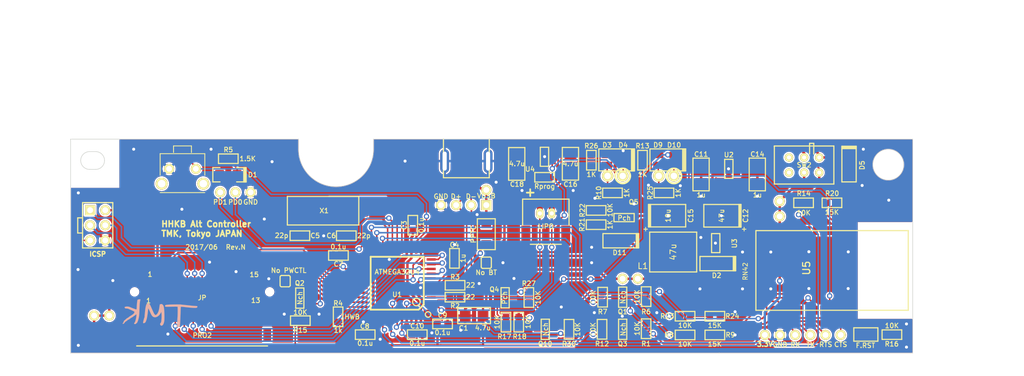
<source format=kicad_pcb>
(kicad_pcb (version 20221018) (generator pcbnew)
  (title_block (title "HHKB Alt Controller") (date "2017/06") (rev "N") (company "TMK"))
  (layers (0 "F.Cu" signal) (31 "B.Cu" signal) (34 "B.Paste" user) (35 "F.Paste" user) (36 "B.SilkS" user "B.Silkscreen") (37 "F.SilkS" user "F.Silkscreen") (38 "B.Mask" user) (39 "F.Mask" user) (44 "Edge.Cuts" user))
  (net 0 "")
  (net 1 "+3.3V")
  (net 2 "/AREF")
  (net 3 "/D+")
  (net 4 "/D-")
  (net 5 "/HHKB_GND")
  (net 6 "/PB0")
  (net 7 "/PB1")
  (net 8 "/PB2")
  (net 9 "/PB3")
  (net 10 "/PB4")
  (net 11 "/PB5")
  (net 12 "/PB6")
  (net 13 "/PB7")
  (net 14 "/PC6")
  (net 15 "/PC7")
  (net 16 "/PD0")
  (net 17 "/PD1")
  (net 18 "/PD4")
  (net 19 "/PD6")
  (net 20 "/PD7")
  (net 21 "/bluetooth/3.3V_OUT")
  (net 22 "/bluetooth/CTS_33")
  (net 23 "/bluetooth/FACTORY_RESET")
  (net 24 "/bluetooth/LED_STS")
  (net 25 "/bluetooth/LIPO_RAW")
  (net 26 "/bluetooth/LIPO_SW")
  (net 27 "/bluetooth/PSEL")
  (net 28 "/bluetooth/RTS_33")
  (net 29 "/bluetooth/RX_33")
  (net 30 "/bluetooth/TX_33")
  (net 31 "/~{RESET}")
  (net 32 "5V_BOOST")
  (net 33 "BT_CTS")
  (net 34 "BT_INDICATOR")
  (net 35 "BT_RTS")
  (net 36 "BT_RX")
  (net 37 "BT_TX")
  (net 38 "GND")
  (net 39 "VUSB")
  (net 40 "Net-(C4-Pad1)")
  (net 41 "Net-(C5-Pad1)")
  (net 42 "Net-(C6-Pad1)")
  (net 43 "Net-(D1-Pad2)")
  (net 44 "Net-(D2-Pad1)")
  (net 45 "Net-(D3-Pad1)")
  (net 46 "Net-(D10-Pad1)")
  (net 47 "Net-(Q5-PadG)")
  (net 48 "Net-(R2-Pad1)")
  (net 49 "Net-(R3-Pad1)")
  (net 50 "Net-(R4-Pad2)")
  (net 51 "Net-(R11-Pad1)")
  (net 52 "BT_CONN")
  (net 53 "Net-(R16-Pad2)")
  (net 54 "~{CHRG}")
  (net 55 "/bluetooth/CONN")
  (net 56 "LINKED")
  (net 57 "Net-(J1-Pad4)")
  (net 58 "Net-(D9-Pad3)")
  (net 59 "Net-(SW2-Pad3)")
  (net 60 "Net-(SW2-Pad6)")
  (net 61 "Net-(U3-Pad3)")
  (net 62 "Net-(U5-Pad10)")
  (net 63 "Net-(U5-Pad9)")
  (net 64 "/bluetooth/RN42_RST")
  (net 65 "/bluetooth/SPI_SCK")
  (net 66 "Net-(U5-Pad8)")
  (net 67 "Net-(U5-Pad7)")
  (net 68 "Net-(U5-Pad4)")
  (net 69 "/bluetooth/SPI_MOSI")
  (net 70 "Net-(U5-Pad17)")
  (net 71 "Net-(U5-Pad18)")
  (net 72 "Net-(U5-Pad20)")
  (net 73 "/bluetooth/SPI_SS")
  (net 74 "/bluetooth/SPI_MISO")
  (net 75 "Net-(U5-Pad35)")
  (net 76 "Net-(U5-Pad34)")
  (net 77 "Net-(U5-Pad33)")
  (net 78 "Net-(U5-Pad32)")
  (net 79 "/bluetooth/LED_ACT")
  (net 80 "Net-(U5-Pad30)")
  (net 81 "Net-(D3-Pad3)")
  (net 82 "ADC_CTRL")
  (net 83 "Net-(Q10-PadD)")
  (net 84 "ADC_LIPO")
  (net 85 "/VUSB_RAW")
  (net 86 "Net-(Q4-PadD)")
  (net 87 "Net-(U2-Pad4)")
  (footprint "keyboard_parts:C_1608" (layer "F.Cu") (at 139.4 111.9)
    (fp_text reference "C9")
    (fp_text value "0.1u")
  )
  (footprint "keyboard_parts:R_1608" (layer "F.Cu") (at 141.5 105.4)
    (fp_text reference "R3")
    (fp_text value "22")
  )
  (footprint "keyboard_parts:C_1608" (layer "F.Cu") (at 126.4 113.7 180)
    (fp_text reference "C8")
    (fp_text value "0.1u")
  )
  (footprint "keyboard_parts:R_1608" (layer "F.Cu") (at 121.85 110.7 90)
    (fp_text reference "R4")
    (fp_text value "1k")
  )
  (footprint "keyboard_parts:C_1608" (layer "F.Cu") (at 134.4 95.3 90)
    (fp_text reference "C3")
    (fp_text value "0.1u")
  )
  (footprint "keyboard_parts:C_1608" (layer "F.Cu") (at 141.4 100.86 90)
    (fp_text reference "C4")
    (fp_text value "1u")
  )
  (footprint "keyboard_parts:R_1608" (layer "F.Cu") (at 185.15 113.75)
    (fp_text reference "R9")
    (fp_text value "15K")
  )
  (footprint "keyboard_parts:C_1608" (layer "F.Cu") (at 121.9 100.375 180)
    (fp_text reference "C7")
    (fp_text value "0.1u")
  )
  (footprint "keyboard_parts:R_1608" (layer "F.Cu") (at 180.15 113.75)
    (fp_text reference "R8")
    (fp_text value "10K")
  )
  (footprint "keyboard_parts:R_1608" (layer "F.Cu") (at 166.3 107.4 -90)
    (fp_text reference "R7")
    (fp_text value "10K")
  )
  (footprint "keyboard_parts:R_1608" (layer "F.Cu") (at 173.6 107.3 90)
    (fp_text reference "R6")
    (fp_text value "10K")
  )
  (footprint "keyboard_parts:C_1608" (layer "F.Cu") (at 115.425 97.05)
    (fp_text reference "C5")
    (fp_text value "22p")
  )
  (footprint "keyboard_parts:C_1608" (layer "F.Cu") (at 123.225 97.05 180)
    (fp_text reference "C6")
    (fp_text value "22p")
  )
  (footprint "keyboard_parts:C_1608" (layer "F.Cu") (at 135.15 113.7)
    (fp_text reference "C10")
    (fp_text value "0.1u")
  )
  (footprint "keyboard_parts:R_1608" (layer "F.Cu") (at 152.2 111.6 90)
    (fp_text reference "R18")
    (fp_text value "10K")
  )
  (footprint "keyboard_parts:R_1608" (layer "F.Cu") (at 115.5 111.35)
    (fp_text reference "R15")
    (fp_text value "10K")
  )
  (footprint "keyboard_parts:R_1608" (layer "F.Cu") (at 141.486 107.397)
    (fp_text reference "R2")
    (fp_text value "22")
  )
  (footprint "keyboard_parts:SOT23-5_HSOL" (layer "F.Cu") (at 187.5 85.8 -90)
    (fp_text reference "U2")
    (fp_text value "MIC5504-3.3YMTR" hide)
  )
  (footprint "keyboard_parts:C_3216" (layer "F.Cu") (at 151.875 84.975 -90)
    (fp_text reference "C18")
    (fp_text value "4.7u")
  )
  (footprint "keyboard_parts:C_3216" (layer "F.Cu") (at 144.7 110.5 180)
    (fp_text reference "C1")
    (fp_text value "4.7u")
  )
  (footprint "keyboard_parts:C_3216" (layer "F.Cu") (at 182.85 86.75 -90)
    (fp_text reference "C11")
    (fp_text value "1u")
  )
  (footprint "keyboard_parts:QFP44" (layer "F.Cu") (at 131.77 105.048 180)
    (fp_text reference "U1")
    (fp_text value "ATMEGA32U4")
  )
  (footprint "keyboard_parts:LED_3025_DUAL" (layer "F.Cu") (at 168.4 84.3 180)
    (fp_text reference "D3")
    (fp_text value "LED_DUAL" hide)
  )
  (footprint "keyboard_parts:R_1608" (layer "F.Cu") (at 180.15 110.6)
    (fp_text reference "R23")
    (fp_text value "10K")
  )
  (footprint "keyboard_parts:R_1608" (layer "F.Cu") (at 165.2 92.8 180)
    (fp_text reference "R22")
    (fp_text value "10K")
  )
  (footprint "keyboard_parts:R_1608" (layer "F.Cu") (at 173.6 112.7 90)
    (fp_text reference "R1")
    (fp_text value "10K")
  )
  (footprint "keyboard_parts:R_1608" (layer "F.Cu") (at 166.2 112.8 -90)
    (fp_text reference "R12")
    (fp_text value "10K")
  )
  (footprint "keyboard_parts:R_1608" (layer "F.Cu") (at 214.9 113.7 180)
    (fp_text reference "R16")
    (fp_text value "10K")
  )
  (footprint "keyboard_parts:R_1608" (layer "F.Cu") (at 176.6 89.85 180)
    (fp_text reference "R25")
    (fp_text value "1K")
  )
  (footprint "keyboard_parts:LED_3025_DUAL" (layer "F.Cu") (at 177 84.3 180)
    (fp_text reference "D9")
    (fp_text value "LED_DUAL" hide)
  )
  (footprint "keyboard_parts:MOS_FET_SOT23-3_HSOL" (layer "F.Cu") (at 169.65 107.4 90)
    (fp_text reference "Q1")
    (fp_text value "Nch")
  )
  (footprint "keyboard_parts:C_3216" (layer "F.Cu") (at 160.9 84.95 -90)
    (fp_text reference "C16")
    (fp_text value "4.7u")
  )
  (footprint "keyboard_parts:PIN_1" (layer "F.Cu") (at 104.59 89.75)
    (fp_text reference "P6" hide)
    (fp_text value "PD0")
  )
  (footprint "keyboard_parts:SOT23-5_HSOL" (layer "F.Cu") (at 156.525 83.775 90)
    (fp_text reference "U4")
    (fp_text value "MCP73832" hide)
  )
  (footprint "keyboard_parts:R_1608" (layer "F.Cu") (at 156.55 87.225)
    (fp_text reference "R11" hide)
    (fp_text value "Rprog")
  )
  (footprint "keyboard_parts:R_1608" (layer "F.Cu") (at 167.95 89.85 180)
    (fp_text reference "R10")
    (fp_text value "1K")
  )
  (footprint "keyboard_parts:D_SOD123" (layer "F.Cu") (at 169.15 97.9 180)
    (fp_text reference "D11")
    (fp_text value "Schottky diode" hide)
  )
  (footprint "keyboard_parts:R_1608" (layer "F.Cu") (at 200.06 91.52)
    (fp_text reference "R14")
    (fp_text value "10K")
  )
  (footprint "keyboard_parts:R_1608" (layer "F.Cu") (at 204.83 91.52)
    (fp_text reference "R20")
    (fp_text value "15K")
  )
  (footprint "keyboard_parts:R_1608" (layer "F.Cu") (at 173 84.35 -90)
    (fp_text reference "R13")
    (fp_text value "1K")
  )
  (footprint "keyboard_parts:MOS_FET_SOT23-3_HSOL" (layer "F.Cu") (at 169.65 112.8 90)
    (fp_text reference "Q3")
    (fp_text value "Nch")
  )
  (footprint "keyboard_parts:LED_3020_REFLOW" (layer "F.Cu") (at 103.4 86.8)
    (fp_text reference "D1")
    (fp_text value "LED" hide)
  )
  (footprint "keyboard_parts:USB_miniB_hirose_5S8" (layer "F.Cu") (at 143.4 86.9 180)
    (fp_text reference "J1" hide)
    (fp_text value "USB_mini_micro_B" hide)
  )
  (footprint "keyboard_parts:PIN_1" (layer "F.Cu") (at 141.676 91.903)
    (fp_text reference "P2" hide)
    (fp_text value "D+")
  )
  (footprint "keyboard_parts:PIN_1" (layer "F.Cu") (at 144.216 91.903)
    (fp_text reference "P3" hide)
    (fp_text value "D-")
  )
  (footprint "keyboard_parts:PIN_1" (layer "F.Cu") (at 102.05 89.75)
    (fp_text reference "P5" hide)
    (fp_text value "PD1")
  )
  (footprint "keyboard_parts:PIN_1" (layer "F.Cu") (at 107.15 89.75)
    (fp_text reference "P7" hide)
    (fp_text value "GND")
  )
  (footprint "keyboard_parts:PPTC_nano" (layer "F.Cu") (at 146.75 96.8 -90)
    (fp_text reference "PPTC1" hide)
    (fp_text value "PPTC")
  )
  (footprint "keyboard_parts:R_1608_NOGUIDE" (layer "F.Cu") (at 210.45 113.7 180)
    (fp_text reference "R19" hide)
    (fp_text value "F.RST" hide)
  )
  (footprint "keyboard_parts:SW_MINI_SLIDE" (layer "F.Cu") (at 200.15 85.16)
    (fp_text reference "SW2")
    (fp_text value "SW_DPDT" hide)
  )
  (footprint "keyboard_parts:RN42" (layer "F.Cu") (at 208.05 96.2 -90)
    (fp_text reference "U5")
    (fp_text value "RN42")
  )
  (footprint "keyboard_parts:HC-49_SMT" (layer "F.Cu") (at 119.325 92.85)
    (fp_text reference "X1")
    (fp_text value "16MHz" hide)
  )
  (footprint "keyboard_parts:PIN_1" (layer "F.Cu") (at 139.136 91.903)
    (fp_text reference "P1" hide)
    (fp_text value "GND")
  )
  (footprint "keyboard_parts:HHKB_PRO2_ZH13" (layer "F.Cu") (at 90 110.1)
    (fp_text reference "CN2" hide)
    (fp_text value "PRO2")
  )
  (footprint "keyboard_parts:SOLDER_JUMPER_2" (layer "F.Cu") (at 112.95 104.7 -90)
    (fp_text reference "JP3" hide)
    (fp_text value "JUMPER" hide)
  )
  (footprint "keyboard_parts:MOS_FET_SOT23-3_HSOL" (layer "F.Cu") (at 115.4 107.55 90)
    (fp_text reference "Q2")
    (fp_text value "Nch")
  )
  (footprint "keyboard_parts:R_1608" (layer "F.Cu") (at 164.4 84.35 90)
    (fp_text reference "R26")
    (fp_text value "1K")
  )
  (footprint "keyboard_parts:R_1608" (layer "F.Cu") (at 185.15 110.6)
    (fp_text reference "R24")
    (fp_text value "15K")
  )
  (footprint "keyboard_parts:C_3528" (layer "F.Cu") (at 186.25 93.7 180)
    (fp_text reference "C12")
    (fp_text value "47u")
  )
  (footprint "keyboard_parts:SOLDER_JUMPER_2" (layer "F.Cu") (at 146.75 101.6 -90)
    (fp_text reference "JP2" hide)
    (fp_text value "JUMPER" hide)
  )
  (footprint "keyboard_parts:SOT23-5_HSOL" (layer "F.Cu") (at 185.3 98.3 90)
    (fp_text reference "U3")
    (fp_text value "NCP1402SN50" hide)
  )
  (footprint "keyboard_parts:D_SOD123" (layer "F.Cu") (at 185.45 101.75 180)
    (fp_text reference "D2")
    (fp_text value "Schottky diode" hide)
  )
  (footprint "keyboard_parts:MOS_FET_SOT23-3_HSOL" (layer "F.Cu") (at 169.9 94)
    (fp_text reference "Q5")
    (fp_text value "Pch")
  )
  (footprint "keyboard_parts:R_1608" (layer "F.Cu") (at 165.2 95.2)
    (fp_text reference "R21")
    (fp_text value "1K")
  )
  (footprint "keyboard_parts:JST_PH2_SMT_TH" (layer "F.Cu") (at 155.75 91.3)
    (fp_text reference "P100" hide)
    (fp_text value "LIPO")
  )
  (footprint "keyboard_parts:C_3216" (layer "F.Cu") (at 192.3 86.75 -90)
    (fp_text reference "C14")
    (fp_text value "1u")
  )
  (footprint "keyboard_parts:C_3528" (layer "F.Cu") (at 177.3 93.7)
    (fp_text reference "C15")
    (fp_text value "10u")
  )
  (footprint "keyboard_parts:R_1608" (layer "F.Cu") (at 160.65 112.8 90)
    (fp_text reference "R30")
    (fp_text value "10K")
  )
  (footprint "keyboard_parts:R_1608" (layer "F.Cu") (at 150.05 111.6 -90)
    (fp_text reference "R17")
    (fp_text value "10K")
  )
  (footprint "keyboard_parts:MOS_FET_SOT23-3_HSOL" (layer "F.Cu") (at 149.9 107.5 90)
    (fp_text reference "Q4")
    (fp_text value "Pch")
  )
  (footprint "keyboard_parts:MOS_FET_SOT23-3_HSOL" (layer "F.Cu") (at 156.65 112.8 90)
    (fp_text reference "Q10")
    (fp_text value "Nch")
  )
  (footprint "keyboard_parts:LED_TH_BIVAR" (layer "F.Cu") (at 168.4 87)
    (fp_text reference "D4")
    (fp_text value "LED" hide)
  )
  (footprint "keyboard_parts:LED_TH_BIVAR" (layer "F.Cu") (at 177 87)
    (fp_text reference "D10")
    (fp_text value "LED" hide)
  )
  (footprint "keyboard_parts:R_1608" (layer "F.Cu") (at 103.4 84.1 180)
    (fp_text reference "R5")
    (fp_text value "1.5K")
  )
  (footprint "keyboard_parts:R_1608" (layer "F.Cu") (at 153.9 107.45 -90)
    (fp_text reference "R27")
    (fp_text value "10K")
  )
  (footprint "keyboard_parts:PIN_1" (layer "F.Cu") (at 80.85 110.5)
    (fp_text reference "P9" hide)
    (fp_text value "CONN_1" hide)
  )
  (footprint "keyboard_parts:PIN_1" (layer "F.Cu") (at 83.4 110.5)
    (fp_text reference "P10" hide)
    (fp_text value "CONN_1" hide)
  )
  (footprint "keyboard_parts:AVR_ICSP_3x2" (layer "F.Cu") (at 81.45 95.3 -90)
    (fp_text reference "P8" hide)
    (fp_text value "CONN_3X2" hide)
  )
  (footprint "keyboard_parts:PIN_1" (layer "F.Cu") (at 206.3 113.75)
    (fp_text reference "P114" hide)
    (fp_text value "CONN_1" hide)
  )
  (footprint "keyboard_parts:PIN_1" (layer "F.Cu") (at 203.75 113.75)
    (fp_text reference "P115" hide)
    (fp_text value "CONN_1" hide)
  )
  (footprint "keyboard_parts:PIN_1" (layer "F.Cu") (at 201.2 113.75)
    (fp_text reference "P112" hide)
    (fp_text value "CONN_1" hide)
  )
  (footprint "keyboard_parts:PIN_1" (layer "F.Cu") (at 198.65 113.75)
    (fp_text reference "P111" hide)
    (fp_text value "CONN_1" hide)
  )
  (footprint "keyboard_parts:PIN_1_SQUARE" (layer "F.Cu") (at 146.75 91.9)
    (fp_text reference "P4" hide)
    (fp_text value "VUSB")
  )
  (footprint "keyboard_parts:PIN_1" (layer "F.Cu") (at 193.55 113.75)
    (fp_text reference "P110" hide)
    (fp_text value "CONN_1" hide)
  )
  (footprint "keyboard_parts:PIN_1" (layer "F.Cu") (at 196.1 113.75)
    (fp_text reference "P113" hide)
    (fp_text value "CONN_1" hide)
  )
  (footprint "keyboard_parts:PIN_1" (layer "F.Cu") (at 146.75 89.35)
    (fp_text reference "P11" hide)
    (fp_text value "CONN_1" hide)
  )
  (footprint "keyboard_parts:PIN_1" (layer "F.Cu") (at 172.2 104.3)
    (fp_text reference "P12" hide)
    (fp_text value "CONN_1" hide)
  )
  (footprint "keyboard_parts:PIN_1" (layer "F.Cu") (at 196.05 91.25)
    (fp_text reference "P13" hide)
    (fp_text value "CONN_1" hide)
  )
  (footprint "keyboard_parts:PIN_1" (layer "F.Cu") (at 169.65 104.3)
    (fp_text reference "P14" hide)
    (fp_text value "CONN_1" hide)
  )
  (footprint "keyboard_parts:PIN_1" (layer "F.Cu") (at 196.05 93.8)
    (fp_text reference "P15" hide)
    (fp_text value "CONN_1" hide)
  )
  (footprint "HHKB_JP_HRS_DF14_15P" (layer "F.Cu") (at 107.75 105.4 180)
    (fp_text reference "CN1" hide)
    (fp_text value "JP")
  )
  (footprint "keyboard_parts:L_6x6MM" (layer "F.Cu") (at 178.15 99.8 90)
    (fp_text reference "L1")
    (fp_text value "47u")
  )
  (footprint "SW_TACT_TH_HORIZ" (layer "F.Cu") (at 95.7 85.8 180)
    (fp_text reference "SW1" hide)
    (fp_text value "SW_PUSH" hide)
  )
  (footprint "keyboard_parts:D_SOD123" (layer "F.Cu") (at 207.7 85.2 -90)
    (fp_text reference "D5")
    (fp_text value "D" hide)
  )
  (footprint "keyboard_parts:tmk_logo" (layer "B.Cu") (at 91.81 110.08 180)
    (fp_text reference "G***" hide)
    (fp_text value "LOGO" hide)
  )
  (gr_line (start 208.5 114.8) (end 208.5 112.55) (stroke (width 0.2)) (layer "F.SilkS"))
  (gr_line (start 212.55 112.55) (end 212.55 114.8) (stroke (width 0.2)) (layer "F.SilkS"))
  (gr_circle (center 136.97 110.31) (end 137.3 110.64) (stroke (width 0.2)) (fill none) (layer "F.SilkS"))
  (gr_line (start 208.5 112.55) (end 212.55 112.55) (stroke (width 0.2)) (layer "F.SilkS"))
  (gr_line (start 185.85 116.8) (end 185.9 116.8) (stroke (width 0.1)) (layer "F.SilkS"))
  (gr_line (start 212.55 114.8) (end 208.5 114.8) (stroke (width 0.2)) (layer "F.SilkS"))
  (gr_arc (start 82.6 84.4) (mid 82.16066 85.46066) (end 81.1 85.9) (stroke (width 0.1)) (layer "Edge.Cuts"))
  (gr_line (start 115.2 80.8) (end 115.2 82.5) (stroke (width 0.1)) (layer "Edge.Cuts"))
  (gr_arc (start 80.1 85.9) (mid 79.03934 85.46066) (end 78.6 84.4) (stroke (width 0.1)) (layer "Edge.Cuts"))
  (gr_line (start 127.8 82.5) (end 127.8 80.8) (stroke (width 0.1)) (layer "Edge.Cuts"))
  (gr_line (start 218.4 116.8) (end 76.9 116.8) (stroke (width 0.1)) (layer "Edge.Cuts"))
  (gr_line (start 81.1 82.9) (end 80.1 82.9) (stroke (width 0.1)) (layer "Edge.Cuts"))
  (gr_line (start 127.8 80.8) (end 218.4 80.8) (stroke (width 0.1)) (layer "Edge.Cuts"))
  (gr_arc (start 127.8 82.5) (mid 125.954773 86.954773) (end 121.5 88.8) (stroke (width 0.1)) (layer "Edge.Cuts"))
  (gr_arc (start 78.6 84.4) (mid 79.03934 83.33934) (end 80.1 82.9) (stroke (width 0.1)) (layer "Edge.Cuts"))
  (gr_line (start 76.9 80.8) (end 115.2 80.8) (stroke (width 0.1)) (layer "Edge.Cuts"))
  (gr_arc (start 121.5 88.8) (mid 117.045227 86.954773) (end 115.2 82.5) (stroke (width 0.1)) (layer "Edge.Cuts"))
  (gr_line (start 218.4 80.8) (end 218.4 116.8) (stroke (width 0.1)) (layer "Edge.Cuts"))
  (gr_arc (start 81.1 82.9) (mid 82.16066 83.33934) (end 82.6 84.4) (stroke (width 0.1)) (layer "Edge.Cuts"))
  (gr_line (start 80.1 85.9) (end 81.1 85.9) (stroke (width 0.1)) (layer "Edge.Cuts"))
  (gr_line (start 76.9 116.8) (end 76.9 80.8) (stroke (width 0.1)) (layer "Edge.Cuts"))
  (gr_circle (center 214.3 85.1) (end 216.9 85.1) (stroke (width 0.1)) (fill none) (layer "Edge.Cuts"))
  (gr_text "1" (at 90 108) (layer "F.SilkS") (effects (font (size 0.8 0.8))))
  (gr_text "Rev.N" (at 104.65 98.98) (layer "F.SilkS") (effects (font (size 0.8 0.8))))
  (gr_text "ICSP" (at 81.45 100.15) (layer "F.SilkS") (effects (font (size 0.8 0.8) (thickness 0.2))))
  (gr_text "15" (at 107.75 103.6) (layer "F.SilkS") (effects (font (size 0.8 0.8))))
  (gr_text "1" (at 90.25 103.55) (layer "F.SilkS") (effects (font (size 0.8 0.8))))
  (gr_text "CTS" (at 206.3 115.36) (layer "F.SilkS") (effects (font (size 0.8 0.8))))
  (gr_text "TX" (at 201.22 115.36) (layer "F.SilkS") (effects (font (size 0.8 0.8))))
  (gr_text "+" (at 154.1272 89.7001) (layer "F.SilkS") (effects (font (size 1.5 1.5) (thickness 0.3))))
  (gr_text "No BT" (at 146.75 103.25) (layer "F.SilkS") (effects (font (size 0.8 0.8))))
  (gr_text "+" (at 190.075 95.9) (layer "F.SilkS") (effects (font (size 0.8 0.8))))
  (gr_text "F.RST" (at 210.46 115.53) (layer "F.SilkS") (effects (font (size 0.8 0.8))))
  (gr_text "13" (at 108 107.95) (layer "F.SilkS") (effects (font (size 0.8 0.8))))
  (gr_text "RTS" (at 203.78 115.36) (layer "F.SilkS") (effects (font (size 0.8 0.8))))
  (gr_text "2017/06" (at 98.91 98.98) (layer "F.SilkS") (effects (font (size 0.8 0.8))))
  (gr_text "+" (at 173.525 95.9) (layer "F.SilkS") (effects (font (size 0.8 0.8))))
  (gr_text "RX" (at 198.66 115.36) (layer "F.SilkS") (effects (font (size 0.8 0.8))))
  (gr_text "HWB" (at 124.2 110.7) (layer "F.SilkS") (effects (font (size 0.8 0.8))))
  (gr_text "No PWCTL" (at 113.55 102.9) (layer "F.SilkS") (effects (font (size 0.8 0.8))))
  (gr_text "3.3V" (at 193.55 115.32) (layer "F.SilkS") (effects (font (size 0.8 0.8) (thickness 0.2))))
  (gr_text "HHKB Alt Controller\nTMK, Tokyo JAPAN" (at 92.01 95.9) (layer "F.SilkS") (effects (font (size 1 1) (thickness 0.25)) (justify left)))
  (gr_text "GND" (at 196.11 115.36) (layer "F.SilkS") (effects (font (size 0.8 0.8))))
  (segment (start 173.4 108.35) (end 173.6 108.15) (width 0.4) (layer "F.Cu") (net 1))
  (segment (start 215.75 114.96) (end 215.16 115.55) (width 0.254) (layer "F.Cu") (net 1))
  (segment (start 215.16 115.55) (end 195.35 115.55) (width 0.254) (layer "F.Cu") (net 1))
  (segment (start 195.35 115.55) (end 193.55 113.75) (width 0.254) (layer "F.Cu") (net 1))
  (segment (start 202.69 85.74) (end 202.05 85.1) (width 0.254) (layer "F.Cu") (net 1))
  (segment (start 202.05 85.1) (end 196.2 85.1) (width 0.254) (layer "F.Cu") (net 1))
  (segment (start 196.2 85.1) (end 194.05 82.95) (width 0.254) (layer "F.Cu") (net 1))
  (segment (start 194.05 82.95) (end 181.6 82.95) (width 0.254) (layer "F.Cu") (net 1))
  (segment (start 181.6 82.95) (end 180.8 83.75) (width 0.254) (layer "F.Cu") (net 1))
  (segment (start 180.8 83.75) (end 180.8 88.7) (width 0.254) (layer "F.Cu") (net 1))
  (segment (start 180.8 88.7) (end 179.65 89.85) (width 0.254) (layer "F.Cu") (net 1))
  (segment (start 179.65 89.85) (end 177.45 89.85) (width 0.254) (layer "F.Cu") (net 1))
  (segment (start 177.45 90.6) (end 176.95 91.1) (width 0.254) (layer "F.Cu") (net 1))
  (segment (start 176.95 91.1) (end 174.1 91.1) (width 0.254) (layer "F.Cu") (net 1))
  (segment (start 174.1 91.1) (end 173 90) (width 0.254) (layer "F.Cu") (net 1))
  (segment (start 173 90) (end 173 85.2) (width 0.254) (layer "F.Cu") (net 1))
  (segment (start 173.4 113.75) (end 173.6 113.55) (width 0.254) (layer "F.Cu") (net 1))
  (segment (start 173.4 113.75) (end 173.6 113.55) (width 0.254) (layer "F.Cu") (net 1))
  (segment (start 170.95 109.7) (end 170.95 108.35) (width 0.254) (layer "F.Cu") (net 1))
  (segment (start 193.25 113.75) (end 191.75 115.25) (width 0.254) (layer "F.Cu") (net 1))
  (segment (start 191.75 115.25) (end 176.5 115.25) (width 0.254) (layer "F.Cu") (net 1))
  (segment (start 176.5 115.25) (end 174.8 113.55) (width 0.254) (layer "F.Cu") (net 1))
  (segment (start 196.05 93.8) (end 196.05 96.2) (width 0.4) (layer "F.Cu") (net 1))
  (segment (start 196.05 91.25) (end 198.15 89.15) (width 0.4) (layer "F.Cu") (net 1))
  (segment (start 198.15 89.15) (end 201.4 89.15) (width 0.4) (layer "F.Cu") (net 1))
  (segment (start 201.4 89.15) (end 202.69 87.86) (width 0.4) (layer "F.Cu") (net 1))
  (segment (start 202.69 87.86) (end 202.69 86.43) (width 0.4) (layer "F.Cu") (net 1))
  (segment (start 196.05 96.2) (end 196.05 104.65) (width 0.4) (layer "F.Cu") (net 1))
  (segment (start 170.95 113.75) (end 173.4 113.75) (width 0.254) (layer "F.Cu") (net 1))
  (segment (start 196.05 93.8) (end 196.05 91.25) (width 0.4) (layer "F.Cu") (net 1))
  (segment (start 215.75 113.7) (end 215.75 114.96) (width 0.254) (layer "F.Cu") (net 1))
  (segment (start 202.69 86.43) (end 202.69 85.74) (width 0.254) (layer "F.Cu") (net 1))
  (segment (start 173.6 113.55) (end 174.8 113.55) (width 0.254) (layer "F.Cu") (net 1))
  (segment (start 193.55 113.75) (end 193.25 113.75) (width 0.254) (layer "F.Cu") (net 1))
  (segment (start 170.95 108.35) (end 173.4 108.35) (width 0.254) (layer "F.Cu") (net 1))
  (segment (start 177.45 89.85) (end 177.45 90.6) (width 0.254) (layer "F.Cu") (net 1))
  (via (at 174.8 113.55) (size 0.889) (drill 0.508) (layers "F.Cu" "B.Cu") (net 1))
  (via (at 196.05 104.65) (size 0.889) (drill 0.508) (layers "F.Cu" "B.Cu") (net 1))
  (via (at 170.95 109.7) (size 0.889) (drill 0.508) (layers "F.Cu" "B.Cu") (net 1))
  (segment (start 196.05 104.65) (end 196.05 107.45) (width 0.4) (layer "B.Cu") (net 1))
  (segment (start 196.05 107.45) (end 193.55 109.95) (width 0.4) (layer "B.Cu") (net 1))
  (segment (start 193.55 109.95) (end 193.55 113.75) (width 0.4) (layer "B.Cu") (net 1))
  (segment (start 174.8 113.55) (end 170.95 109.7) (width 0.254) (layer "B.Cu") (net 1))
  (segment (start 134.1703 113.5703) (end 134.3 113.7) (width 0.254) (layer "F.Cu") (net 2))
  (segment (start 134.1703 110.763) (end 134.1703 113.5703) (width 0.254) (layer "F.Cu") (net 2))
  (segment (start 143.1 105.4) (end 143.45 105.05) (width 0.254) (layer "F.Cu") (net 3))
  (segment (start 143.45 105.05) (end 143.45 93.661) (width 0.254) (layer "F.Cu") (net 3))
  (segment (start 143.45 93.661) (end 141.692 91.903) (width 0.254) (layer "F.Cu") (net 3))
  (segment (start 143.4 90.179) (end 141.676 91.903) (width 0.254) (layer "F.Cu") (net 3))
  (segment (start 143.4 86.9) (end 143.4 90.179) (width 0.254) (layer "F.Cu") (net 3))
  (segment (start 142.262 105.4) (end 143.1 105.4) (width 0.254) (layer "F.Cu") (net 3))
  (segment (start 144.25 106.5) (end 143.353 107.397) (width 0.254) (layer "F.Cu") (net 4))
  (segment (start 143.353 107.397) (end 142.248 107.397) (width 0.254) (layer "F.Cu") (net 4))
  (segment (start 144.2 91.887) (end 144.216 91.903) (width 0.254) (layer "F.Cu") (net 4))
  (segment (start 144.25 91.9) (end 144.25 106.5) (width 0.254) (layer "F.Cu") (net 4))
  (segment (start 144.2 86.9) (end 144.2 91.887) (width 0.254) (layer "F.Cu") (net 4))
  (segment (start 108 110.1) (end 108 107.9) (width 0.4) (layer "F.Cu") (net 5))
  (segment (start 108 110.1) (end 106.5 110.1) (width 0.381) (layer "F.Cu") (net 5))
  (segment (start 112.95 107.55) (end 111.9 107.55) (width 0.4) (layer "F.Cu") (net 5))
  (segment (start 106.5 107.9) (end 106.25 107.9) (width 0.4) (layer "F.Cu") (net 5))
  (segment (start 114.1 107.55) (end 112.95 107.55) (width 0.4) (layer "F.Cu") (net 5))
  (segment (start 112.95 105.8) (end 112.95 107.55) (width 0.4) (layer "F.Cu") (net 5))
  (segment (start 105.25 105.4) (end 105.25 106.9) (width 0.381) (layer "F.Cu") (net 5))
  (segment (start 104 105.4) (end 105.25 105.4) (width 0.381) (layer "F.Cu") (net 5))
  (segment (start 111.9 107.55) (end 111.55 107.9) (width 0.4) (layer "F.Cu") (net 5))
  (segment (start 112.95 105.1) (end 112.95 105.8) (width 0.4) (layer "F.Cu") (net 5))
  (segment (start 111.55 107.9) (end 108 107.9) (width 0.4) (layer "F.Cu") (net 5))
  (segment (start 106.25 107.9) (end 105.25 106.9) (width 0.4) (layer "F.Cu") (net 5))
  (segment (start 108 107.9) (end 106.5 107.9) (width 0.4) (layer "F.Cu") (net 5))
  (segment (start 96 107.95) (end 95.25 107.2) (width 0.254) (layer "F.Cu") (net 6))
  (segment (start 95.25 107.2) (end 95.25 105.4) (width 0.254) (layer "F.Cu") (net 6))
  (segment (start 138.8022 103.4478) (end 139.35 102.9) (width 0.254) (layer "F.Cu") (net 6))
  (segment (start 96 110.1) (end 96 107.95) (width 0.254) (layer "F.Cu") (net 6))
  (segment (start 138.8022 103.4478) (end 137.485 103.4478) (width 0.254) (layer "F.Cu") (net 6))
  (segment (start 96 110.1) (end 96 112.8) (width 0.254) (layer "F.Cu") (net 6))
  (via (at 139.35 102.9) (size 0.889) (drill 0.508) (layers "F.Cu" "B.Cu") (net 6))
  (via (at 96 112.8) (size 0.889) (drill 0.508) (layers "F.Cu" "B.Cu") (net 6))
  (segment (start 97.49199 114.29199) (end 120.989576 114.29199) (width 0.254) (layer "B.Cu") (net 6))
  (segment (start 138.905501 103.344499) (end 139.35 102.9) (width 0.254) (layer "B.Cu") (net 6))
  (segment (start 120.989576 114.29199) (end 131.761566 103.52) (width 0.254) (layer "B.Cu") (net 6))
  (segment (start 96 112.8) (end 97.49199 114.29199) (width 0.254) (layer "B.Cu") (net 6))
  (segment (start 131.761566 103.52) (end 138.73 103.52) (width 0.254) (layer "B.Cu") (net 6))
  (segment (start 138.73 103.52) (end 138.905501 103.344499) (width 0.254) (layer "B.Cu") (net 6))
  (segment (start 135.4323 102.6477) (end 135.43 102.65) (width 0.254) (layer "F.Cu") (net 7))
  (segment (start 97.5 107.95) (end 96.5 106.95) (width 0.254) (layer "F.Cu") (net 7))
  (segment (start 96.5 106.95) (end 96.5 105.4) (width 0.254) (layer "F.Cu") (net 7))
  (segment (start 135.4323 102.6477) (end 137.485 102.6477) (width 0.254) (layer "F.Cu") (net 7))
  (segment (start 96.5 105.4) (end 96.5 103.4) (width 0.254) (layer "F.Cu") (net 7))
  (segment (start 97.5 110.1) (end 97.5 107.95) (width 0.254) (layer "F.Cu") (net 7))
  (segment (start 97.5 110.1) (end 97.5 112.25) (width 0.254) (layer "F.Cu") (net 7))
  (via (at 97.5 112.25) (size 0.889) (drill 0.508) (layers "F.Cu" "B.Cu") (net 7))
  (via (at 135.43 102.65) (size 0.889) (drill 0.508) (layers "F.Cu" "B.Cu") (net 7))
  (via (at 96.5 103.4) (size 0.889) (drill 0.508) (layers "F.Cu" "B.Cu") (net 7))
  (segment (start 86.15 100.2) (end 84 98.05) (width 0.254) (layer "B.Cu") (net 7))
  (segment (start 98.405363 113.78398) (end 97.5 112.878617) (width 0.254) (layer "B.Cu") (net 7))
  (segment (start 131.913132 102.65) (end 120.779152 113.78398) (width 0.254) (layer "B.Cu") (net 7))
  (segment (start 132 102.65) (end 131.913132 102.65) (width 0.254) (layer "B.Cu") (net 7))
  (segment (start 84 98.05) (end 84 96.9) (width 0.254) (layer "B.Cu") (net 7))
  (segment (start 97.5 112.878617) (end 97.5 112.25) (width 0.254) (layer "B.Cu") (net 7))
  (segment (start 81.48 96.6) (end 80.18 95.3) (width 0.254) (layer "B.Cu") (net 7))
  (segment (start 96.5 103.4) (end 96.5 101.55) (width 0.254) (layer "B.Cu") (net 7))
  (segment (start 95.15 100.2) (end 86.15 100.2) (width 0.254) (layer "B.Cu") (net 7))
  (segment (start 120.779152 113.78398) (end 98.405363 113.78398) (width 0.254) (layer "B.Cu") (net 7))
  (segment (start 84 96.9) (end 83.7 96.6) (width 0.254) (layer "B.Cu") (net 7))
  (segment (start 83.7 96.6) (end 81.48 96.6) (width 0.254) (layer "B.Cu") (net 7))
  (segment (start 96.5 101.55) (end 95.15 100.2) (width 0.254) (layer "B.Cu") (net 7))
  (segment (start 135.43 102.65) (end 131.99 102.65) (width 0.254) (layer "B.Cu") (net 7))
  (segment (start 99 108.45) (end 97.75 107.2) (width 0.254) (layer "F.Cu") (net 8))
  (segment (start 97.75 107.2) (end 97.75 105.4) (width 0.254) (layer "F.Cu") (net 8))
  (segment (start 139.1524 101.8476) (end 139.35 101.65) (width 0.254) (layer "F.Cu") (net 8))
  (segment (start 99 110.1) (end 99 112.8) (width 0.254) (layer "F.Cu") (net 8))
  (segment (start 99 110.1) (end 99 108.45) (width 0.254) (layer "F.Cu") (net 8))
  (segment (start 97.75 105.4) (end 97.75 103.4) (width 0.254) (layer "F.Cu") (net 8))
  (segment (start 137.485 101.8476) (end 139.1524 101.8476) (width 0.254) (layer "F.Cu") (net 8))
  (via (at 97.75 103.4) (size 0.889) (drill 0.508) (layers "F.Cu" "B.Cu") (net 8))
  (via (at 139.35 101.65) (size 0.889) (drill 0.508) (layers "F.Cu" "B.Cu") (net 8))
  (via (at 99 112.8) (size 0.889) (drill 0.508) (layers "F.Cu" "B.Cu") (net 8))
  (segment (start 86.6 99.6) (end 84.65 97.65) (width 0.254) (layer "B.Cu") (net 8))
  (segment (start 138.721383 101.65) (end 139.35 101.65) (width 0.254) (layer "B.Cu") (net 8))
  (segment (start 84.65 97.65) (end 84.65 95.8) (width 0.254) (layer "B.Cu") (net 8))
  (segment (start 97.75 103.4) (end 97.75 101.5) (width 0.254) (layer "B.Cu") (net 8))
  (segment (start 84.15 95.3) (end 82.72 95.3) (width 0.254) (layer "B.Cu") (net 8))
  (segment (start 132.194698 101.65) (end 138.721383 101.65) (width 0.254) (layer "B.Cu") (net 8))
  (segment (start 84.65 95.8) (end 84.15 95.3) (width 0.254) (layer "B.Cu") (net 8))
  (segment (start 99 112.8) (end 99.444499 113.244499) (width 0.254) (layer "B.Cu") (net 8))
  (segment (start 99.444499 113.244499) (end 120.600199 113.244499) (width 0.254) (layer "B.Cu") (net 8))
  (segment (start 95.85 99.6) (end 86.6 99.6) (width 0.254) (layer "B.Cu") (net 8))
  (segment (start 97.75 101.5) (end 95.85 99.6) (width 0.254) (layer "B.Cu") (net 8))
  (segment (start 120.600199 113.244499) (end 132.194698 101.65) (width 0.254) (layer "B.Cu") (net 8))
  (segment (start 100.5 112.25) (end 100.5 110.1) (width 0.254) (layer "F.Cu") (net 9))
  (segment (start 100.5 108.4) (end 99 106.9) (width 0.254) (layer "F.Cu") (net 9))
  (segment (start 99 106.9) (end 99 105.4) (width 0.254) (layer "F.Cu") (net 9))
  (segment (start 138.6525 101.0475) (end 139.35 100.35) (width 0.254) (layer "F.Cu") (net 9))
  (segment (start 137.485 101.0475) (end 138.6525 101.0475) (width 0.254) (layer "F.Cu") (net 9))
  (segment (start 99 105.4) (end 99 103.4) (width 0.254) (layer "F.Cu") (net 9))
  (segment (start 100.5 110.1) (end 100.5 108.4) (width 0.254) (layer "F.Cu") (net 9))
  (via (at 139.35 100.35) (size 0.889) (drill 0.508) (layers "F.Cu" "B.Cu") (net 9))
  (via (at 100.5 112.25) (size 0.889) (drill 0.508) (layers "F.Cu" "B.Cu") (net 9))
  (via (at 99 103.4) (size 0.889) (drill 0.508) (layers "F.Cu" "B.Cu") (net 9))
  (segment (start 99 101.55) (end 96.5 99.05) (width 0.254) (layer "B.Cu") (net 9))
  (segment (start 100.5 112.25) (end 100.944499 112.694499) (width 0.254) (layer "B.Cu") (net 9))
  (segment (start 120.431765 112.694499) (end 132.776264 100.35) (width 0.254) (layer "B.Cu") (net 9))
  (segment (start 99 103.4) (end 99 101.55) (width 0.254) (layer "B.Cu") (net 9))
  (segment (start 81.47 94.05) (end 80.18 92.76) (width 0.254) (layer "B.Cu") (net 9))
  (segment (start 138.721383 100.35) (end 139.35 100.35) (width 0.254) (layer "B.Cu") (net 9))
  (segment (start 132.776264 100.35) (end 138.721383 100.35) (width 0.254) (layer "B.Cu") (net 9))
  (segment (start 139.4 100.35) (end 139.35 100.35) (width 0.254) (layer "B.Cu") (net 9))
  (segment (start 96.5 99.05) (end 87.1 99.05) (width 0.254) (layer "B.Cu") (net 9))
  (segment (start 85.45 95.55) (end 83.95 94.05) (width 0.254) (layer "B.Cu") (net 9))
  (segment (start 85.45 97.4) (end 85.45 95.55) (width 0.254) (layer "B.Cu") (net 9))
  (segment (start 100.944499 112.694499) (end 120.431765 112.694499) (width 0.254) (layer "B.Cu") (net 9))
  (segment (start 87.1 99.05) (end 85.45 97.4) (width 0.254) (layer "B.Cu") (net 9))
  (segment (start 83.95 94.05) (end 81.47 94.05) (width 0.254) (layer "B.Cu") (net 9))
  (segment (start 100.25 106.55) (end 102 108.3) (width 0.254) (layer "F.Cu") (net 10))
  (segment (start 102 108.3) (end 102 110.1) (width 0.254) (layer "F.Cu") (net 10))
  (segment (start 126.055 105.048) (end 120.171736 105.048) (width 0.254) (layer "F.Cu") (net 10))
  (segment (start 100.25 103.55) (end 100.25 104.246) (width 0.254) (layer "F.Cu") (net 10))
  (segment (start 100.25 104.246) (end 100.25 105.4) (width 0.254) (layer "F.Cu") (net 10))
  (segment (start 115.539756 100.41602) (end 103.38398 100.41602) (width 0.254) (layer "F.Cu") (net 10))
  (segment (start 100.25 105.4) (end 100.25 106.55) (width 0.254) (layer "F.Cu") (net 10))
  (segment (start 120.171736 105.048) (end 115.539756 100.41602) (width 0.254) (layer "F.Cu") (net 10))
  (segment (start 103.38398 100.41602) (end 100.25 103.55) (width 0.254) (layer "F.Cu") (net 10))
  (segment (start 101.5 106.4) (end 103.5 108.4) (width 0.254) (layer "F.Cu") (net 11))
  (segment (start 103.5 108.4) (end 103.5 110.1) (width 0.254) (layer "F.Cu") (net 11))
  (segment (start 115.329331 100.924029) (end 120.253402 105.8481) (width 0.254) (layer "F.Cu") (net 11))
  (segment (start 101.5 105.4) (end 101.5 103.2) (width 0.254) (layer "F.Cu") (net 11))
  (segment (start 120.253402 105.8481) (end 125.039 105.8481) (width 0.254) (layer "F.Cu") (net 11))
  (segment (start 101.5 105.4) (end 101.5 106.4) (width 0.254) (layer "F.Cu") (net 11))
  (segment (start 103.775971 100.924029) (end 115.329331 100.924029) (width 0.254) (layer "F.Cu") (net 11))
  (segment (start 101.5 103.2) (end 103.775971 100.924029) (width 0.254) (layer "F.Cu") (net 11))
  (segment (start 125.039 105.8481) (end 126.055 105.8481) (width 0.254) (layer "F.Cu") (net 11))
  (segment (start 105 108.6) (end 105 110.1) (width 0.254) (layer "F.Cu") (net 12))
  (segment (start 115.118906 101.432038) (end 120.335068 106.6482) (width 0.254) (layer "F.Cu") (net 12))
  (segment (start 102.75 105.4) (end 102.75 106.35) (width 0.254) (layer "F.Cu") (net 12))
  (segment (start 102.75 106.35) (end 105 108.6) (width 0.254) (layer "F.Cu") (net 12))
  (segment (start 104.167962 101.432038) (end 115.118906 101.432038) (width 0.254) (layer "F.Cu") (net 12))
  (segment (start 102.75 102.85) (end 104.167962 101.432038) (width 0.254) (layer "F.Cu") (net 12))
  (segment (start 102.75 105.4) (end 102.75 102.85) (width 0.254) (layer "F.Cu") (net 12))
  (segment (start 125.039 106.6482) (end 126.055 106.6482) (width 0.254) (layer "F.Cu") (net 12))
  (segment (start 120.335068 106.6482) (end 125.039 106.6482) (width 0.254) (layer "F.Cu") (net 12))
  (segment (start 135.7705 100.6895) (end 134.45 102.01) (width 0.254) (layer "F.Cu") (net 13))
  (segment (start 134.45 102.01) (end 134.45 104.46) (width 0.254) (layer "F.Cu") (net 13))
  (segment (start 94.5 108.05) (end 94 107.55) (width 0.254) (layer "F.Cu") (net 13))
  (segment (start 94 107.55) (end 94 105.4) (width 0.254) (layer "F.Cu") (net 13))
  (segment (start 94.5 110.1) (end 94.5 108.05) (width 0.254) (layer "F.Cu") (net 13))
  (segment (start 135.7705 99.333) (end 135.7705 100.6895) (width 0.254) (layer "F.Cu") (net 13))
  (segment (start 94.5 110.1) (end 94.5 112.25) (width 0.254) (layer "F.Cu") (net 13))
  (via (at 94.5 112.25) (size 0.889) (drill 0.508) (layers "F.Cu" "B.Cu") (net 13))
  (via (at 134.45 104.46) (size 0.889) (drill 0.508) (layers "F.Cu" "B.Cu") (net 13))
  (segment (start 121.2 114.8) (end 96.35 114.8) (width 0.254) (layer "B.Cu") (net 13))
  (segment (start 96.35 114.8) (end 94.5 112.95) (width 0.254) (layer "B.Cu") (net 13))
  (segment (start 134.45 104.46) (end 131.54 104.46) (width 0.254) (layer "B.Cu") (net 13))
  (segment (start 131.54 104.46) (end 121.2 114.8) (width 0.254) (layer "B.Cu") (net 13))
  (segment (start 94.5 112.95) (end 94.5 112.25) (width 0.254) (layer "B.Cu") (net 13))
  (segment (start 106.5 103.45) (end 106.5 104.246) (width 0.254) (layer "F.Cu") (net 14))
  (segment (start 106.5 104.246) (end 106.5 105.4) (width 0.254) (layer "F.Cu") (net 14))
  (segment (start 108.009952 101.940048) (end 106.5 103.45) (width 0.254) (layer "F.Cu") (net 14))
  (segment (start 120.416734 107.4483) (end 114.908482 101.940048) (width 0.254) (layer "F.Cu") (net 14))
  (segment (start 126.055 107.4483) (end 120.416734 107.4483) (width 0.254) (layer "F.Cu") (net 14))
  (segment (start 114.908482 101.940048) (end 108.009952 101.940048) (width 0.254) (layer "F.Cu") (net 14))
  (segment (start 114.7 102.45) (end 120.4984 108.2484) (width 0.254) (layer "F.Cu") (net 15))
  (segment (start 107.75 103.4) (end 108.7 102.45) (width 0.254) (layer "F.Cu") (net 15))
  (segment (start 108.7 102.45) (end 114.7 102.45) (width 0.254) (layer "F.Cu") (net 15))
  (segment (start 120.4984 108.2484) (end 126.055 108.2484) (width 0.254) (layer "F.Cu") (net 15))
  (segment (start 107.75 105.4) (end 107.75 103.4) (width 0.254) (layer "F.Cu") (net 15))
  (segment (start 130.375 94.1) (end 130.9699 94.6949) (width 0.254) (layer "F.Cu") (net 16))
  (segment (start 130.9699 94.6949) (end 130.9699 99.333) (width 0.254) (layer "F.Cu") (net 16))
  (via (at 130.375 94.1) (size 0.889) (drill 0.508) (layers "F.Cu" "B.Cu") (net 16))
  (segment (start 104.59 93.49) (end 109.65 98.55) (width 0.254) (layer "B.Cu") (net 16))
  (segment (start 109.65 98.55) (end 124.825 98.55) (width 0.254) (layer "B.Cu") (net 16))
  (segment (start 124.825 98.55) (end 125.575 97.8) (width 0.254) (layer "B.Cu") (net 16))
  (segment (start 125.575 97.8) (end 125.575 95.275) (width 0.254) (layer "B.Cu") (net 16))
  (segment (start 125.575 95.275) (end 126.75 94.1) (width 0.254) (layer "B.Cu") (net 16))
  (segment (start 126.75 94.1) (end 130.375 94.1) (width 0.254) (layer "B.Cu") (net 16))
  (segment (start 104.59 89.75) (end 104.59 93.49) (width 0.254) (layer "B.Cu") (net 16))
  (segment (start 130.1698 95.8198) (end 129.1 94.75) (width 0.254) (layer "F.Cu") (net 17))
  (segment (start 129.1 94.75) (end 126.825 94.75) (width 0.254) (layer "F.Cu") (net 17))
  (segment (start 126.825 94.75) (end 126.3 95.275) (width 0.254) (layer "F.Cu") (net 17))
  (segment (start 126.3 95.275) (end 126.3 98.375) (width 0.254) (layer "F.Cu") (net 17))
  (segment (start 126.3 98.375) (end 125.375 99.3) (width 0.254) (layer "F.Cu") (net 17))
  (segment (start 130.1698 95.8198) (end 130.1698 99.333) (width 0.254) (layer "F.Cu") (net 17))
  (via (at 125.375 99.3) (size 0.889) (drill 0.508) (layers "F.Cu" "B.Cu") (net 17))
  (segment (start 102.05 92.25) (end 109.1 99.3) (width 0.254) (layer "B.Cu") (net 17))
  (segment (start 109.1 99.3) (end 125.375 99.3) (width 0.254) (layer "B.Cu") (net 17))
  (segment (start 102.05 89.75) (end 102.05 92.25) (width 0.254) (layer "B.Cu") (net 17))
  (segment (start 123.0977 102.6477) (end 122.7 102.25) (width 0.254) (layer "F.Cu") (net 18))
  (segment (start 118.85 108.5) (end 116.7 108.5) (width 0.254) (layer "F.Cu") (net 18))
  (segment (start 116.7 111) (end 116.35 111.35) (width 0.254) (layer "F.Cu") (net 18))
  (segment (start 126.055 102.6477) (end 123.0977 102.6477) (width 0.254) (layer "F.Cu") (net 18))
  (segment (start 116.7 108.5) (end 116.7 111) (width 0.254) (layer "F.Cu") (net 18))
  (via (at 122.7 102.25) (size 0.889) (drill 0.508) (layers "F.Cu" "B.Cu") (net 18))
  (via (at 118.85 108.5) (size 0.889) (drill 0.508) (layers "F.Cu" "B.Cu") (net 18))
  (segment (start 121 102.25) (end 118.85 104.4) (width 0.254) (layer "B.Cu") (net 18))
  (segment (start 118.85 104.4) (end 118.85 108.5) (width 0.254) (layer "B.Cu") (net 18))
  (segment (start 122.7 102.25) (end 121 102.25) (width 0.254) (layer "B.Cu") (net 18))
  (segment (start 100.6 89) (end 100.6 89.554) (width 0.254) (layer "F.Cu") (net 19))
  (segment (start 101.925 87.675) (end 100.6 89) (width 0.254) (layer "F.Cu") (net 19))
  (segment (start 125.039 103.4478) (end 126.055 103.4478) (width 0.254) (layer "F.Cu") (net 19))
  (segment (start 115.960604 99.4) (end 120.008404 103.4478) (width 0.254) (layer "F.Cu") (net 19))
  (segment (start 100.6 93.4) (end 106.6 99.4) (width 0.254) (layer "F.Cu") (net 19))
  (segment (start 100.6 89.554) (end 100.6 93.4) (width 0.254) (layer "F.Cu") (net 19))
  (segment (start 106.6 99.4) (end 115.960604 99.4) (width 0.254) (layer "F.Cu") (net 19))
  (segment (start 101.925 86.8) (end 101.925 87.675) (width 0.254) (layer "F.Cu") (net 19))
  (segment (start 120.008404 103.4478) (end 125.039 103.4478) (width 0.254) (layer "F.Cu") (net 19))
  (segment (start 93 107.8) (end 92.75 107.55) (width 0.254) (layer "F.Cu") (net 20))
  (segment (start 92.75 107.55) (end 92.75 105.4) (width 0.254) (layer "F.Cu") (net 20))
  (segment (start 126.055 104.2479) (end 120.09007 104.2479) (width 0.254) (layer "F.Cu") (net 20))
  (segment (start 92.75 104.246) (end 92.75 105.4) (width 0.254) (layer "F.Cu") (net 20))
  (segment (start 93 110.1) (end 93 107.8) (width 0.254) (layer "F.Cu") (net 20))
  (segment (start 120.09007 104.2479) (end 115.75018 99.90801) (width 0.254) (layer "F.Cu") (net 20))
  (segment (start 92.75 102.1) (end 92.75 104.246) (width 0.254) (layer "F.Cu") (net 20))
  (segment (start 94.94199 99.90801) (end 92.75 102.1) (width 0.254) (layer "F.Cu") (net 20))
  (segment (start 115.75018 99.90801) (end 94.94199 99.90801) (width 0.254) (layer "F.Cu") (net 20))
  (segment (start 190.1 84.85) (end 190.5 85.25) (width 0.4) (layer "F.Cu") (net 21))
  (segment (start 190.5 85.25) (end 192.3 85.25) (width 0.4) (layer "F.Cu") (net 21))
  (segment (start 193.85 85.25) (end 196.5 87.9) (width 0.4) (layer "F.Cu") (net 21))
  (segment (start 196.5 87.9) (end 199.9 87.9) (width 0.4) (layer "F.Cu") (net 21))
  (segment (start 199.9 87.9) (end 200.15 87.65) (width 0.4) (layer "F.Cu") (net 21))
  (segment (start 200.15 87.65) (end 200.15 86.43) (width 0.4) (layer "F.Cu") (net 21))
  (segment (start 192.3 85.25) (end 193.85 85.25) (width 0.4) (layer "F.Cu") (net 21))
  (segment (start 188.8 84.85) (end 190.1 84.85) (width 0.4) (layer "F.Cu") (net 21))
  (segment (start 206.3 112.3) (end 204.9 110.9) (width 0.254) (layer "F.Cu") (net 22))
  (segment (start 204.9 110.9) (end 198.875 110.9) (width 0.254) (layer "F.Cu") (net 22))
  (segment (start 198.875 110.9) (end 198.45 110.475) (width 0.254) (layer "F.Cu") (net 22))
  (segment (start 198.45 110.475) (end 198.45 109.6) (width 0.254) (layer "F.Cu") (net 22))
  (segment (start 184.3 109.55) (end 185.35 108.5) (width 0.254) (layer "F.Cu") (net 22))
  (segment (start 185.35 108.5) (end 192.4 108.5) (width 0.254) (layer "F.Cu") (net 22))
  (segment (start 192.4 108.5) (end 194.05 106.85) (width 0.254) (layer "F.Cu") (net 22))
  (segment (start 194.05 106.85) (end 196.9 106.85) (width 0.254) (layer "F.Cu") (net 22))
  (segment (start 196.9 106.85) (end 198.45 108.4) (width 0.254) (layer "F.Cu") (net 22))
  (segment (start 198.45 108.4) (end 198.45 109.6) (width 0.254) (layer "F.Cu") (net 22))
  (segment (start 206.3 113.75) (end 206.3 112.3) (width 0.254) (layer "F.Cu") (net 22))
  (segment (start 184.3 110.6) (end 184.3 109.55) (width 0.254) (layer "F.Cu") (net 22))
  (segment (start 181 110.6) (end 184.3 110.6) (width 0.254) (layer "F.Cu") (net 22))
  (segment (start 205.65 110.3) (end 209.05 113.7) (width 0.254) (layer "F.Cu") (net 23))
  (segment (start 209.05 113.7) (end 209.6 113.7) (width 0.254) (layer "F.Cu") (net 23))
  (segment (start 205.65 109.6) (end 205.65 110.3) (width 0.254) (layer "F.Cu") (net 23))
  (segment (start 204.45 107.19) (end 204.44 107.18) (width 0.254) (layer "F.Cu") (net 24))
  (segment (start 178.27 85.205) (end 178.35 85.125) (width 0.254) (layer "F.Cu") (net 24))
  (segment (start 178.27 87) (end 178.27 85.205) (width 0.254) (layer "F.Cu") (net 24))
  (segment (start 204.45 109.6) (end 204.45 107.19) (width 0.254) (layer "F.Cu") (net 24))
  (via (at 204.44 107.18) (size 0.889) (drill 0.508) (layers "F.Cu" "B.Cu") (net 24))
  (segment (start 204.44 107.18) (end 204.44 90.94) (width 0.254) (layer "B.Cu") (net 24))
  (segment (start 193.5 87) (end 195.9 89.4) (width 0.254) (layer "B.Cu") (net 24))
  (segment (start 195.9 89.4) (end 202.9 89.4) (width 0.254) (layer "B.Cu") (net 24))
  (segment (start 202.9 89.4) (end 204.44 90.94) (width 0.254) (layer "B.Cu") (net 24))
  (segment (start 178.27 87) (end 193.5 87) (width 0.254) (layer "B.Cu") (net 24))
  (segment (start 158.775 82.825) (end 159.4 83.45) (width 0.381) (layer "F.Cu") (net 25))
  (segment (start 159.4 83.45) (end 160.9 83.45) (width 0.381) (layer "F.Cu") (net 25))
  (segment (start 202.69 83.39) (end 200.95 81.65) (width 0.4) (layer "F.Cu") (net 25))
  (segment (start 200.95 81.65) (end 161.55 81.65) (width 0.381) (layer "F.Cu") (net 25))
  (segment (start 161.55 81.65) (end 160.9 82.3) (width 0.381) (layer "F.Cu") (net 25))
  (segment (start 160.9 82.3) (end 160.9 83.45) (width 0.381) (layer "F.Cu") (net 25))
  (segment (start 155.75 89.25) (end 156.3 88.7) (width 0.381) (layer "F.Cu") (net 25))
  (segment (start 156.3 88.7) (end 158.4 88.7) (width 0.381) (layer "F.Cu") (net 25))
  (segment (start 158.4 88.7) (end 159.4 87.7) (width 0.381) (layer "F.Cu") (net 25))
  (segment (start 159.4 87.7) (end 159.4 83.45) (width 0.381) (layer "F.Cu") (net 25))
  (segment (start 151.1 106.55) (end 152.15 106.55) (width 0.254) (layer "F.Cu") (net 25))
  (segment (start 151.25 106.6) (end 151.2 106.55) (width 0.254) (layer "F.Cu") (net 25))
  (segment (start 152.6 106.55) (end 152.6 106.6) (width 0.254) (layer "F.Cu") (net 25))
  (segment (start 152.6 106.6) (end 152.6 106.55) (width 0.254) (layer "F.Cu") (net 25))
  (segment (start 152.6 106.55) (end 152.6 106.6) (width 0.254) (layer "F.Cu") (net 25))
  (segment (start 152.6 106.6) (end 151.25 106.6) (width 0.254) (layer "F.Cu") (net 25))
  (segment (start 205.71 83.89) (end 206.1 83.5) (width 0.4) (layer "F.Cu") (net 25))
  (segment (start 206.1 83.5) (end 207.7 83.5) (width 0.4) (layer "F.Cu") (net 25))
  (segment (start 202.69 83.89) (end 205.71 83.89) (width 0.4) (layer "F.Cu") (net 25))
  (segment (start 153.9 106.6) (end 152.6 106.6) (width 0.254) (layer "F.Cu") (net 25))
  (segment (start 157.825 82.825) (end 158.775 82.825) (width 0.381) (layer "F.Cu") (net 25))
  (segment (start 155.75 99) (end 155.75 91.3) (width 0.254) (layer "F.Cu") (net 25))
  (segment (start 202.69 83.89) (end 202.69 83.39) (width 0.381) (layer "F.Cu") (net 25))
  (segment (start 155.75 91.3) (end 155.75 89.25) (width 0.381) (layer "F.Cu") (net 25))
  (segment (start 155.75 93.3) (end 155.75 91.3) (width 0.381) (layer "F.Cu") (net 25))
  (via (at 152.6 106.55) (size 0.889) (drill 0.508) (layers "F.Cu" "B.Cu") (net 25))
  (via (at 155.75 99) (size 0.889) (drill 0.508) (layers "F.Cu" "B.Cu") (net 25))
  (segment (start 155.75 103.4) (end 152.6 106.55) (width 0.254) (layer "B.Cu") (net 25))
  (segment (start 155.75 99) (end 155.75 103.4) (width 0.254) (layer "B.Cu") (net 25))
  (segment (start 171.75 89.5) (end 171.75 82.735002) (width 0.4) (layer "F.Cu") (net 26))
  (segment (start 171.75 82.735002) (end 172.2 82.285002) (width 0.381) (layer "F.Cu") (net 26))
  (segment (start 172.2 82.285002) (end 180.885002 82.285002) (width 0.381) (layer "F.Cu") (net 26))
  (segment (start 200.15 83.15) (end 199.285002 82.285002) (width 0.381) (layer "F.Cu") (net 26))
  (segment (start 199.285002 82.285002) (end 180.885002 82.285002) (width 0.381) (layer "F.Cu") (net 26))
  (segment (start 169.9 91.35) (end 171.75 89.5) (width 0.4) (layer "F.Cu") (net 26))
  (segment (start 169.9 92.7) (end 169.9 91.35) (width 0.4) (layer "F.Cu") (net 26))
  (segment (start 200.15 83.89) (end 200.15 83.15) (width 0.4) (layer "F.Cu") (net 26))
  (segment (start 172.75 99.8) (end 170.85 97.9) (width 0.4) (layer "F.Cu") (net 27))
  (segment (start 170.85 96.55) (end 170.85 95.3) (width 0.4) (layer "F.Cu") (net 27))
  (segment (start 168.8 93.7) (end 169.1 94) (width 0.254) (layer "F.Cu") (net 27))
  (segment (start 169.1 94) (end 170.3 94) (width 0.254) (layer "F.Cu") (net 27))
  (segment (start 170.3 94) (end 170.85 94.55) (width 0.254) (layer "F.Cu") (net 27))
  (segment (start 170.85 94.55) (end 170.85 95.3) (width 0.254) (layer "F.Cu") (net 27))
  (segment (start 172.45 93.7) (end 170.85 95.3) (width 0.4) (layer "F.Cu") (net 27))
  (segment (start 175.65 99.8) (end 172.75 99.8) (width 0.4) (layer "F.Cu") (net 27))
  (segment (start 170.85 97.9) (end 170.85 96.55) (width 0.4) (layer "F.Cu") (net 27))
  (segment (start 168.8 89.85) (end 168.8 93.7) (width 0.254) (layer "F.Cu") (net 27))
  (segment (start 175.65 93.7) (end 172.45 93.7) (width 0.4) (layer "F.Cu") (net 27))
  (segment (start 170.85 97.9) (end 170.9 97.9) (width 0.381) (layer "F.Cu") (net 27))
  (segment (start 189.85 111.85) (end 192.35 109.35) (width 0.254) (layer "F.Cu") (net 28))
  (segment (start 192.35 109.35) (end 192.35 109.35) (width 0.254) (layer "F.Cu") (net 28))
  (segment (start 192.35 109.35) (end 194.2 107.5) (width 0.254) (layer "F.Cu") (net 28))
  (segment (start 194.2 107.5) (end 196.55 107.5) (width 0.254) (layer "F.Cu") (net 28))
  (segment (start 196.55 107.5) (end 197.25 108.2) (width 0.254) (layer "F.Cu") (net 28))
  (segment (start 197.25 108.2) (end 197.25 109.6) (width 0.254) (layer "F.Cu") (net 28))
  (segment (start 202.988001 112.988001) (end 203.75 113.75) (width 0.254) (layer "F.Cu") (net 28))
  (segment (start 201.43398 111.43398) (end 202.988001 112.988001) (width 0.254) (layer "F.Cu") (net 28))
  (segment (start 197.25 110.463132) (end 198.220848 111.43398) (width 0.254) (layer "F.Cu") (net 28))
  (segment (start 197.25 109.6) (end 197.25 110.463132) (width 0.254) (layer "F.Cu") (net 28))
  (segment (start 198.220848 111.43398) (end 201.43398 111.43398) (width 0.254) (layer "F.Cu") (net 28))
  (segment (start 170.95 111.85) (end 173.6 111.85) (width 0.254) (layer "F.Cu") (net 28))
  (segment (start 173.6 111.85) (end 189.85 111.85) (width 0.254) (layer "F.Cu") (net 28))
  (segment (start 184.3 112.9) (end 184.75 112.45) (width 0.254) (layer "F.Cu") (net 29))
  (segment (start 184.75 112.45) (end 190.65 112.45) (width 0.254) (layer "F.Cu") (net 29))
  (segment (start 194.85 110.7) (end 194.85 109.6) (width 0.254) (layer "F.Cu") (net 29))
  (segment (start 191.6 112.45) (end 192.15 111.9) (width 0.254) (layer "F.Cu") (net 29))
  (segment (start 192.15 111.9) (end 193.65 111.9) (width 0.254) (layer "F.Cu") (net 29))
  (segment (start 193.65 111.9) (end 194.85 110.7) (width 0.254) (layer "F.Cu") (net 29))
  (segment (start 197.2 111.85) (end 196 111.85) (width 0.254) (layer "F.Cu") (net 29))
  (segment (start 198.65 113.3) (end 197.2 111.85) (width 0.254) (layer "F.Cu") (net 29))
  (segment (start 198.65 113.75) (end 198.65 113.3) (width 0.254) (layer "F.Cu") (net 29))
  (segment (start 194.85 110.7) (end 194.85 109.6) (width 0.254) (layer "F.Cu") (net 29))
  (segment (start 184.3 113.75) (end 181 113.75) (width 0.254) (layer "F.Cu") (net 29))
  (segment (start 196 111.85) (end 194.85 110.7) (width 0.254) (layer "F.Cu") (net 29))
  (segment (start 190.65 112.45) (end 191.6 112.45) (width 0.254) (layer "F.Cu") (net 29))
  (segment (start 184.3 113.75) (end 184.3 112.9) (width 0.254) (layer "F.Cu") (net 29))
  (segment (start 196.05 108.4) (end 195.75 108.1) (width 0.254) (layer "F.Cu") (net 30))
  (segment (start 195.75 108.1) (end 194.35 108.1) (width 0.254) (layer "F.Cu") (net 30))
  (segment (start 194.35 108.1) (end 193.85 108.6) (width 0.254) (layer "F.Cu") (net 30))
  (segment (start 193.85 108.6) (end 193.85 110.25) (width 0.254) (layer "F.Cu") (net 30))
  (segment (start 193.85 110.25) (end 193.1 111) (width 0.254) (layer "F.Cu") (net 30))
  (segment (start 193.1 111) (end 192.45 111) (width 0.254) (layer "F.Cu") (net 30))
  (segment (start 173.6 106.45) (end 175.85 106.45) (width 0.254) (layer "F.Cu") (net 30))
  (segment (start 196.05 109.6) (end 196.05 110.604) (width 0.254) (layer "F.Cu") (net 30))
  (segment (start 170.95 106.45) (end 173.6 106.45) (width 0.254) (layer "F.Cu") (net 30))
  (segment (start 198.010424 111.94199) (end 199.39199 111.94199) (width 0.254) (layer "F.Cu") (net 30))
  (segment (start 196.05 110.604) (end 196.78799 111.34199) (width 0.254) (layer "F.Cu") (net 30))
  (segment (start 196.05 108.4) (end 196.05 109.6) (width 0.254) (layer "F.Cu") (net 30))
  (segment (start 199.39199 111.94199) (end 200.438001 112.988001) (width 0.254) (layer "F.Cu") (net 30))
  (segment (start 196.78799 111.34199) (end 197.410424 111.34199) (width 0.254) (layer "F.Cu") (net 30))
  (segment (start 200.438001 112.988001) (end 201.2 113.75) (width 0.254) (layer "F.Cu") (net 30))
  (segment (start 197.410424 111.34199) (end 198.010424 111.94199) (width 0.254) (layer "F.Cu") (net 30))
  (via (at 192.45 111) (size 0.889) (drill 0.508) (layers "F.Cu" "B.Cu") (net 30))
  (via (at 175.85 106.45) (size 0.889) (drill 0.508) (layers "F.Cu" "B.Cu") (net 30))
  (segment (start 180.4 111) (end 175.85 106.45) (width 0.254) (layer "B.Cu") (net 30))
  (segment (start 192.45 111) (end 180.4 111) (width 0.254) (layer "B.Cu") (net 30))
  (segment (start 134.9704 98.0296) (end 136.7 96.3) (width 0.254) (layer "F.Cu") (net 31))
  (segment (start 136.7 96.3) (end 136.7 93.8) (width 0.254) (layer "F.Cu") (net 31))
  (segment (start 78.69 97.84) (end 78.2 97.35) (width 0.254) (layer "F.Cu") (net 31))
  (segment (start 78.2 97.35) (end 78.2 91.5) (width 0.254) (layer "F.Cu") (net 31))
  (segment (start 78.2 91.5) (end 79 90.7) (width 0.254) (layer "F.Cu") (net 31))
  (segment (start 79 90.7) (end 85.725 90.7) (width 0.254) (layer "F.Cu") (net 31))
  (segment (start 96.1 83.65) (end 90.425 83.65) (width 0.254) (layer "F.Cu") (net 31))
  (segment (start 90.425 83.65) (end 86.725 87.35) (width 0.254) (layer "F.Cu") (net 31))
  (segment (start 86.725 87.35) (end 86.725 89.7) (width 0.254) (layer "F.Cu") (net 31))
  (segment (start 86.725 89.7) (end 85.725 90.7) (width 0.254) (layer "F.Cu") (net 31))
  (segment (start 97.95 85.5) (end 96.1 83.65) (width 0.254) (layer "F.Cu") (net 31))
  (segment (start 134.9704 99.333) (end 134.9704 98.0296) (width 0.254) (layer "F.Cu") (net 31))
  (segment (start 80.18 97.84) (end 78.69 97.84) (width 0.254) (layer "F.Cu") (net 31))
  (segment (start 97.95 85.8) (end 97.95 85.5) (width 0.254) (layer "F.Cu") (net 31))
  (via (at 136.7 93.8) (size 0.889) (drill 0.508) (layers "F.Cu" "B.Cu") (net 31))
  (segment (start 136.7 91.6) (end 135.2 90.1) (width 0.254) (layer "B.Cu") (net 31))
  (segment (start 135.2 90.1) (end 110.6 90.1) (width 0.254) (layer "B.Cu") (net 31))
  (segment (start 110.6 90.1) (end 106.3 85.8) (width 0.254) (layer "B.Cu") (net 31))
  (segment (start 136.7 93.8) (end 136.7 91.6) (width 0.254) (layer "B.Cu") (net 31))
  (segment (start 97.95 85.8) (end 106.3 85.8) (width 0.254) (layer "B.Cu") (net 31))
  (segment (start 134.1703 100.8297) (end 134.1703 99.333) (width 0.381) (layer "F.Cu") (net 32))
  (segment (start 135.7705 111.6205) (end 136.05 111.9) (width 0.381) (layer "F.Cu") (net 32))
  (segment (start 136.05 111.9) (end 138.55 111.9) (width 0.381) (layer "F.Cu") (net 32))
  (segment (start 138.55 115.5) (end 138.05 115.5) (width 0.381) (layer "F.Cu") (net 32))
  (segment (start 134.1703 97.3297) (end 134.4 97.1) (width 0.381) (layer "F.Cu") (net 32))
  (segment (start 134.4 97.1) (end 134.4 96.15) (width 0.381) (layer "F.Cu") (net 32))
  (segment (start 86.66 92.76) (end 90.25 96.35) (width 0.4) (layer "F.Cu") (net 32))
  (segment (start 127.1976 101.8476) (end 127.7695 102.4195) (width 0.4) (layer "F.Cu") (net 32))
  (segment (start 127.7695 112.1805) (end 127.25 112.7) (width 0.4) (layer "F.Cu") (net 32))
  (segment (start 127.25 112.7) (end 127.25 113.7) (width 0.4) (layer "F.Cu") (net 32))
  (segment (start 114.9 115.5) (end 127.25 115.5) (width 0.4) (layer "F.Cu") (net 32))
  (segment (start 138.05 115.5) (end 127.25 115.5) (width 0.4) (layer "F.Cu") (net 32))
  (segment (start 138.55 115.1) (end 138.55 115.5) (width 0.381) (layer "F.Cu") (net 32))
  (segment (start 139.1 115.5) (end 138.55 115.5) (width 0.381) (layer "F.Cu") (net 32))
  (segment (start 146.2 115.5) (end 146.2 115.45) (width 0.381) (layer "F.Cu") (net 32))
  (segment (start 146.2 115.45) (end 146.2 115.5) (width 0.381) (layer "F.Cu") (net 32))
  (segment (start 146.2 115.5) (end 145.75 115.5) (width 0.381) (layer "F.Cu") (net 32))
  (segment (start 145.75 115.5) (end 139.1 115.5) (width 0.381) (layer "F.Cu") (net 32))
  (segment (start 146.2 115.05) (end 146.2 115.5) (width 0.381) (layer "F.Cu") (net 32))
  (segment (start 161.45 115.5) (end 162.85 114.1) (width 0.254) (layer "F.Cu") (net 32))
  (segment (start 162.85 114.1) (end 162.85 111.975) (width 0.254) (layer "F.Cu") (net 32))
  (segment (start 162.85 107.8) (end 164.1 106.55) (width 0.254) (layer "F.Cu") (net 32))
  (segment (start 164.1 106.55) (end 166.3 106.55) (width 0.254) (layer "F.Cu") (net 32))
  (segment (start 162.85 111.975) (end 162.85 107.8) (width 0.254) (layer "F.Cu") (net 32))
  (segment (start 166.175 111.975) (end 166.2 111.95) (width 0.254) (layer "F.Cu") (net 32))
  (segment (start 125.2476 101.8476) (end 123.775 100.375) (width 0.4) (layer "F.Cu") (net 32))
  (segment (start 123.775 100.375) (end 122.75 100.375) (width 0.4) (layer "F.Cu") (net 32))
  (segment (start 93 115.5) (end 114.65 115.5) (width 0.4) (layer "F.Cu") (net 32))
  (segment (start 146.75 108.3) (end 146.2 108.85) (width 0.381) (layer "F.Cu") (net 32))
  (segment (start 146.2 108.85) (end 146.2 110.5) (width 0.381) (layer "F.Cu") (net 32))
  (segment (start 91.5 97.6) (end 90.25 96.35) (width 0.4) (layer "F.Cu") (net 32))
  (segment (start 114.65 115.5) (end 114.9 115.5) (width 0.381) (layer "F.Cu") (net 32))
  (segment (start 187.9 101) (end 187.15 101.75) (width 0.4) (layer "F.Cu") (net 32))
  (segment (start 187.9 98.65) (end 187.9 99.3) (width 0.4) (layer "F.Cu") (net 32))
  (segment (start 187.9 98.3) (end 187.9 98.35) (width 0.381) (layer "F.Cu") (net 32))
  (segment (start 187.9 98.35) (end 187.9 98.65) (width 0.4) (layer "F.Cu") (net 32))
  (segment (start 187.9 99.25) (end 187.9 99.3) (width 0.381) (layer "F.Cu") (net 32))
  (segment (start 187.9 99.3) (end 187.9 101) (width 0.4) (layer "F.Cu") (net 32))
  (segment (start 146.85 102) (end 147.6 102.75) (width 0.4) (layer "F.Cu") (net 32))
  (segment (start 187.15 103.4) (end 186.25 104.3) (width 0.4) (layer "F.Cu") (net 32))
  (segment (start 186.25 104.3) (end 173.95 104.3) (width 0.4) (layer "F.Cu") (net 32))
  (segment (start 166.95 104.3) (end 165.4 102.75) (width 0.4) (layer "F.Cu") (net 32))
  (segment (start 165.4 102.75) (end 147.6 102.75) (width 0.4) (layer "F.Cu") (net 32))
  (segment (start 184.75 85.25) (end 185.15 84.85) (width 0.4) (layer "F.Cu") (net 32))
  (segment (start 185.15 84.85) (end 186.2 84.85) (width 0.4) (layer "F.Cu") (net 32))
  (segment (start 185.15 86.75) (end 184.75 86.35) (width 0.4) (layer "F.Cu") (net 32))
  (segment (start 184.75 86.35) (end 184.75 86.3) (width 0.4) (layer "F.Cu") (net 32))
  (segment (start 184.75 86.3) (end 184.75 85.25) (width 0.4) (layer "F.Cu") (net 32))
  (segment (start 184.75 89.85) (end 185.85 90.95) (width 0.4) (layer "F.Cu") (net 32))
  (segment (start 185.85 90.95) (end 187.25 90.95) (width 0.4) (layer "F.Cu") (net 32))
  (segment (start 187.25 90.95) (end 187.9 91.6) (width 0.4) (layer "F.Cu") (net 32))
  (segment (start 187.9 91.6) (end 187.9 93.7) (width 0.4) (layer "F.Cu") (net 32))
  (segment (start 83 115.5) (end 80.85 113.35) (width 0.4) (layer "F.Cu") (net 32))
  (segment (start 80.85 113.35) (end 80.85 110.5) (width 0.4) (layer "F.Cu") (net 32))
  (segment (start 182.85 85.25) (end 184.75 85.25) (width 0.4) (layer "F.Cu") (net 32))
  (segment (start 93 115.5) (end 83 115.5) (width 0.4) (layer "F.Cu") (net 32))
  (segment (start 162.85 111.975) (end 166.175 111.975) (width 0.254) (layer "F.Cu") (net 32))
  (segment (start 186.6 99.25) (end 187.9 99.25) (width 0.4) (layer "F.Cu") (net 32))
  (segment (start 114.65 111.35) (end 114.65 115.5) (width 0.254) (layer "F.Cu") (net 32))
  (segment (start 187.15 101.75) (end 187.15 103.4) (width 0.4) (layer "F.Cu") (net 32))
  (segment (start 138.55 111.9) (end 138.55 115.1) (width 0.381) (layer "F.Cu") (net 32))
  (segment (start 146.2 115.5) (end 161.45 115.5) (width 0.254) (layer "F.Cu") (net 32))
  (segment (start 133.5 106.238526) (end 133.5 101.5) (width 0.4) (layer "F.Cu") (net 32))
  (segment (start 135.7705 110.763) (end 135.7705 111.6205) (width 0.381) (layer "F.Cu") (net 32))
  (segment (start 127.1976 101.8476) (end 126.055 101.8476) (width 0.381) (layer "F.Cu") (net 32))
  (segment (start 172.2 104.3) (end 173.95 104.3) (width 0.4) (layer "F.Cu") (net 32))
  (segment (start 83.4 108.7) (end 84.2 107.9) (width 0.4) (layer "F.Cu") (net 32))
  (segment (start 187.9 93.7) (end 187.9 98.35) (width 0.4) (layer "F.Cu") (net 32))
  (segment (start 127.7695 110.763) (end 127.7695 112.1805) (width 0.4) (layer "F.Cu") (net 32))
  (segment (start 133.5 101.5) (end 134.1703 100.8297) (width 0.4) (layer "F.Cu") (net 32))
  (segment (start 184.75 86.3) (end 184.75 89.85) (width 0.4) (layer "F.Cu") (net 32))
  (segment (start 127.7695 110.763) (end 127.7695 102.4195) (width 0.4) (layer "F.Cu") (net 32))
  (segment (start 91.5 105.4) (end 90.25 105.4) (width 0.4) (layer "F.Cu") (net 32))
  (segment (start 90 108.2) (end 90 110.1) (width 0.4) (layer "F.Cu") (net 32))
  (segment (start 90 110.1) (end 91.5 110.1) (width 0.4) (layer "F.Cu") (net 32))
  (segment (start 135.7705 110.763) (end 135.7705 108.509026) (width 0.4) (layer "F.Cu") (net 32))
  (segment (start 91.5 105.4) (end 91.5 110.1) (width 0.4) (layer "F.Cu") (net 32))
  (segment (start 146.75 102) (end 146.85 102) (width 0.4) (layer "F.Cu") (net 32))
  (segment (start 186.6 98.3) (end 187.9 98.3) (width 0.4) (layer "F.Cu") (net 32))
  (segment (start 146.75 102) (end 146.75 107.15) (width 0.4) (layer "F.Cu") (net 32))
  (segment (start 135.7705 108.509026) (end 133.5 106.238526) (width 0.4) (layer "F.Cu") (net 32))
  (segment (start 146.75 107.15) (end 146.75 108.3) (width 0.381) (layer "F.Cu") (net 32))
  (segment (start 91.5 105.4) (end 91.5 97.6) (width 0.4) (layer "F.Cu") (net 32))
  (segment (start 84.2 107.9) (end 89.7 107.9) (width 0.4) (layer "F.Cu") (net 32))
  (segment (start 83.4 110.5) (end 80.85 110.5) (width 0.4) (layer "F.Cu") (net 32))
  (segment (start 127.25 113.7) (end 127.25 115.5) (width 0.4) (layer "F.Cu") (net 32))
  (segment (start 186.2 86.75) (end 185.15 86.75) (width 0.4) (layer "F.Cu") (net 32))
  (segment (start 89.7 107.9) (end 90 108.2) (width 0.4) (layer "F.Cu") (net 32))
  (segment (start 83.4 110.5) (end 83.4 108.7) (width 0.4) (layer "F.Cu") (net 32))
  (segment (start 146.2 110.5) (end 146.2 115.05) (width 0.381) (layer "F.Cu") (net 32))
  (segment (start 169.65 104.3) (end 172.2 104.3) (width 0.4) (layer "F.Cu") (net 32))
  (segment (start 169.65 104.3) (end 166.95 104.3) (width 0.4) (layer "F.Cu") (net 32))
  (segment (start 126.055 101.8476) (end 125.2476 101.8476) (width 0.381) (layer "F.Cu") (net 32))
  (segment (start 134.1703 99.333) (end 134.1703 97.3297) (width 0.381) (layer "F.Cu") (net 32))
  (segment (start 82.72 92.76) (end 86.66 92.76) (width 0.4) (layer "F.Cu") (net 32))
  (segment (start 127.7695 97.5695) (end 127.45 97.25) (width 0.254) (layer "F.Cu") (net 33))
  (segment (start 127.45 97.25) (end 127.45 95.65) (width 0.254) (layer "F.Cu") (net 33))
  (segment (start 127.7695 97.5695) (end 127.7695 99.333) (width 0.254) (layer "F.Cu") (net 33))
  (segment (start 179.3 110.6) (end 177.5 110.6) (width 0.254) (layer "F.Cu") (net 33))
  (via (at 127.45 95.65) (size 0.889) (drill 0.508) (layers "F.Cu" "B.Cu") (net 33))
  (via (at 177.5 110.6) (size 0.889) (drill 0.508) (layers "F.Cu" "B.Cu") (net 33))
  (segment (start 177.5 110.6) (end 173.75 106.85) (width 0.254) (layer "B.Cu") (net 33))
  (segment (start 162.475 104.625) (end 162.475 97.025) (width 0.254) (layer "B.Cu") (net 33))
  (segment (start 153.5 95.65) (end 127.45 95.65) (width 0.254) (layer "B.Cu") (net 33))
  (segment (start 162.475 97.025) (end 161.1 95.65) (width 0.254) (layer "B.Cu") (net 33))
  (segment (start 161.1 95.65) (end 153.5 95.65) (width 0.254) (layer "B.Cu") (net 33))
  (segment (start 164.7 106.85) (end 162.475 104.625) (width 0.254) (layer "B.Cu") (net 33))
  (segment (start 173.75 106.85) (end 164.7 106.85) (width 0.254) (layer "B.Cu") (net 33))
  (segment (start 164.3 104.35) (end 159.75 104.35) (width 0.254) (layer "F.Cu") (net 34))
  (segment (start 139.2 109.575) (end 138.6735 109.0485) (width 0.254) (layer "F.Cu") (net 34))
  (segment (start 138.6735 109.0485) (end 137.485 109.0485) (width 0.254) (layer "F.Cu") (net 34))
  (segment (start 177.275 83.475) (end 177.25 83.45) (width 0.254) (layer "F.Cu") (net 34))
  (segment (start 178.35 83.475) (end 177.275 83.475) (width 0.254) (layer "F.Cu") (net 34))
  (via (at 139.2 109.575) (size 0.889) (drill 0.508) (layers "F.Cu" "B.Cu") (net 34))
  (via (at 164.3 104.35) (size 0.889) (drill 0.508) (layers "F.Cu" "B.Cu") (net 34))
  (via (at 177.25 83.45) (size 0.889) (drill 0.508) (layers "F.Cu" "B.Cu") (net 34))
  (via (at 159.75 104.35) (size 0.889) (drill 0.508) (layers "F.Cu" "B.Cu") (net 34))
  (segment (start 159.75 104.375) (end 154.55 109.575) (width 0.254) (layer "B.Cu") (net 34))
  (segment (start 154.55 109.575) (end 139.2 109.575) (width 0.254) (layer "B.Cu") (net 34))
  (segment (start 172.75 87.55) (end 172.75 97.45) (width 0.254) (layer "B.Cu") (net 34))
  (segment (start 172.75 97.45) (end 165.85 104.35) (width 0.254) (layer "B.Cu") (net 34))
  (segment (start 165.85 104.35) (end 164.3 104.35) (width 0.254) (layer "B.Cu") (net 34))
  (segment (start 176.3 83.45) (end 172.75 87) (width 0.254) (layer "B.Cu") (net 34))
  (segment (start 172.75 87) (end 172.75 87.55) (width 0.254) (layer "B.Cu") (net 34))
  (segment (start 159.75 104.35) (end 159.75 104.375) (width 0.254) (layer "B.Cu") (net 34))
  (segment (start 159.75 104.35) (end 159.75 104.35) (width 0.254) (layer "B.Cu") (net 34))
  (segment (start 177.25 83.45) (end 176.3 83.45) (width 0.254) (layer "B.Cu") (net 34))
  (segment (start 167.05 112.8) (end 168.35 112.8) (width 0.254) (layer "F.Cu") (net 35))
  (segment (start 132.5701 113.4299) (end 132.56 113.44) (width 0.254) (layer "F.Cu") (net 35))
  (segment (start 166.2 113.65) (end 167.05 112.8) (width 0.254) (layer "F.Cu") (net 35))
  (segment (start 164.725 113.65) (end 166.2 113.65) (width 0.254) (layer "F.Cu") (net 35))
  (segment (start 132.5701 110.763) (end 132.5701 113.4299) (width 0.254) (layer "F.Cu") (net 35))
  (via (at 132.56 113.44) (size 0.889) (drill 0.508) (layers "F.Cu" "B.Cu") (net 35))
  (via (at 164.725 113.65) (size 0.889) (drill 0.508) (layers "F.Cu" "B.Cu") (net 35))
  (segment (start 162.95 114.55) (end 133.67 114.55) (width 0.254) (layer "B.Cu") (net 35))
  (segment (start 164.725 113.65) (end 163.85 113.65) (width 0.254) (layer "B.Cu") (net 35))
  (segment (start 133.67 114.55) (end 132.56 113.44) (width 0.254) (layer "B.Cu") (net 35))
  (segment (start 163.85 113.65) (end 162.95 114.55) (width 0.254) (layer "B.Cu") (net 35))
  (segment (start 128.5696 97.9196) (end 128.35 97.7) (width 0.254) (layer "F.Cu") (net 36))
  (segment (start 128.35 97.7) (end 128.35 96.55) (width 0.254) (layer "F.Cu") (net 36))
  (segment (start 128.5696 97.9196) (end 128.5696 99.333) (width 0.254) (layer "F.Cu") (net 36))
  (segment (start 179.3 113.75) (end 177.5 113.75) (width 0.254) (layer "F.Cu") (net 36))
  (via (at 128.35 96.55) (size 0.889) (drill 0.508) (layers "F.Cu" "B.Cu") (net 36))
  (via (at 177.5 113.75) (size 0.889) (drill 0.508) (layers "F.Cu" "B.Cu") (net 36))
  (segment (start 171.10801 107.35801) (end 164.20801 107.35801) (width 0.254) (layer "B.Cu") (net 36))
  (segment (start 160.9 96.55) (end 128.978617 96.55) (width 0.254) (layer "B.Cu") (net 36))
  (segment (start 164.20801 107.35801) (end 161.8 104.95) (width 0.254) (layer "B.Cu") (net 36))
  (segment (start 161.8 97.45) (end 160.9 96.55) (width 0.254) (layer "B.Cu") (net 36))
  (segment (start 161.8 104.95) (end 161.8 97.45) (width 0.254) (layer "B.Cu") (net 36))
  (segment (start 128.978617 96.55) (end 128.35 96.55) (width 0.254) (layer "B.Cu") (net 36))
  (segment (start 177.5 113.75) (end 171.10801 107.35801) (width 0.254) (layer "B.Cu") (net 36))
  (segment (start 129.3697 97.5697) (end 129.3 97.5) (width 0.254) (layer "F.Cu") (net 37))
  (segment (start 167.15 107.4) (end 168.35 107.4) (width 0.254) (layer "F.Cu") (net 37))
  (segment (start 129.3697 99.333) (end 129.3697 97.5697) (width 0.254) (layer "F.Cu") (net 37))
  (segment (start 166.3 108.25) (end 167.15 107.4) (width 0.254) (layer "F.Cu") (net 37))
  (segment (start 166.3 108.25) (end 164.725 108.25) (width 0.254) (layer "F.Cu") (net 37))
  (via (at 129.3 97.5) (size 0.889) (drill 0.508) (layers "F.Cu" "B.Cu") (net 37))
  (via (at 164.725 108.25) (size 0.889) (drill 0.508) (layers "F.Cu" "B.Cu") (net 37))
  (segment (start 164.15 108.25) (end 161.1 105.2) (width 0.254) (layer "B.Cu") (net 37))
  (segment (start 160.05 97.5) (end 161.1 98.55) (width 0.254) (layer "B.Cu") (net 37))
  (segment (start 161.1 98.55) (end 161.1 105.2) (width 0.254) (layer "B.Cu") (net 37))
  (segment (start 164.725 108.25) (end 164.15 108.25) (width 0.254) (layer "B.Cu") (net 37))
  (segment (start 153.4 97.5) (end 160.05 97.5) (width 0.254) (layer "B.Cu") (net 37))
  (segment (start 129.3 97.5) (end 153.4 97.5) (width 0.254) (layer "B.Cu") (net 37))
  (segment (start 129.34 108.76) (end 128.5696 109.5304) (width 0.381) (layer "F.Cu") (net 38))
  (segment (start 128.5696 109.5304) (end 128.5696 110.763) (width 0.381) (layer "F.Cu") (net 38))
  (segment (start 139.136 91.936) (end 142.81 95.61) (width 0.4) (layer "F.Cu") (net 38))
  (segment (start 142.81 95.61) (end 142.81 97.8) (width 0.4) (layer "F.Cu") (net 38))
  (segment (start 142.42852 100.01) (end 142.81 99.62852) (width 0.4) (layer "F.Cu") (net 38))
  (segment (start 142.81 99.62852) (end 142.81 97.8) (width 0.4) (layer "F.Cu") (net 38))
  (segment (start 133.3702 100.59742) (end 132.92012 101.0475) (width 0.4) (layer "F.Cu") (net 38))
  (segment (start 132.92012 101.0475) (end 130.45 101.0475) (width 0.4) (layer "F.Cu") (net 38))
  (segment (start 141.8 89.239) (end 139.136 91.903) (width 0.4) (layer "F.Cu") (net 38))
  (segment (start 133.3702 94.6298) (end 133.55 94.45) (width 0.4) (layer "F.Cu") (net 38))
  (segment (start 133.55 94.45) (end 134.4 94.45) (width 0.4) (layer "F.Cu") (net 38))
  (segment (start 138.460126 105.8481) (end 140.208226 104.1) (width 0.381) (layer "F.Cu") (net 38))
  (segment (start 140.208226 104.1) (end 142.2 104.1) (width 0.381) (layer "F.Cu") (net 38))
  (segment (start 142.2 104.1) (end 142.81 103.49) (width 0.4) (layer "F.Cu") (net 38))
  (segment (start 142.81 103.49) (end 142.81 99.62852) (width 0.4) (layer "F.Cu") (net 38))
  (segment (start 135.7481 105.8481) (end 135.7 105.8) (width 0.381) (layer "F.Cu") (net 38))
  (segment (start 134.9704 111.8704) (end 136 112.9) (width 0.381) (layer "F.Cu") (net 38))
  (segment (start 136 112.9) (end 136 113.7) (width 0.381) (layer "F.Cu") (net 38))
  (segment (start 137.3 113.7) (end 137.6 113.4) (width 0.1524) (layer "F.Cu") (net 38))
  (segment (start 137.25 114.75) (end 137.6 114.4) (width 0.1524) (layer "F.Cu") (net 38))
  (segment (start 137.6 114.4) (end 137.6 113.4) (width 0.1524) (layer "F.Cu") (net 38))
  (segment (start 127.7975 101.0475) (end 126.055 101.0475) (width 0.381) (layer "F.Cu") (net 38))
  (segment (start 129.34 101.64) (end 128.7475 101.0475) (width 0.4) (layer "F.Cu") (net 38))
  (segment (start 128.7475 101.0475) (end 127.8 101.0475) (width 0.4) (layer "F.Cu") (net 38))
  (segment (start 87.5 82.5) (end 91.2 82.5) (width 0.1524) (layer "F.Cu") (net 38))
  (segment (start 143.2 112.2) (end 142.45 112.95) (width 0.1524) (layer "F.Cu") (net 38))
  (segment (start 128.5696 114.1296) (end 128.92 114.48) (width 0.1524) (layer "F.Cu") (net 38))
  (segment (start 129.19 114.75) (end 128.92 114.48) (width 0.1524) (layer "F.Cu") (net 38))
  (segment (start 208.05 99.29) (end 207.57 99.77) (width 0.1524) (layer "F.Cu") (net 38))
  (segment (start 200.97 99.77) (end 200.95 99.75) (width 0.1524) (layer "F.Cu") (net 38))
  (segment (start 200.95 105.95) (end 207.55 105.95) (width 0.1524) (layer "F.Cu") (net 38))
  (segment (start 134.9704 108.6204) (end 133.65 107.3) (width 0.381) (layer "F.Cu") (net 38))
  (segment (start 133.65 107.3) (end 129.34 107.3) (width 0.381) (layer "F.Cu") (net 38))
  (segment (start 129.34 107.3) (end 129.34 101.64) (width 0.4) (layer "F.Cu") (net 38))
  (segment (start 208.05 94.025) (end 208.5 93.575) (width 0.1524) (layer "F.Cu") (net 38))
  (segment (start 208.5 93.575) (end 211.875 93.575) (width 0.1524) (layer "F.Cu") (net 38))
  (segment (start 211.875 93.575) (end 214.375 91.075) (width 0.1524) (layer "F.Cu") (net 38))
  (segment (start 119.4 97.05) (end 119.425 97.075) (width 0.1524) (layer "F.Cu") (net 38))
  (segment (start 189.8 106) (end 192.05 106) (width 0.1524) (layer "F.Cu") (net 38))
  (segment (start 110.75 86.13) (end 107.13 89.75) (width 0.1524) (layer "F.Cu") (net 38))
  (segment (start 156.98 91.3) (end 156.79 91.49) (width 0.1524) (layer "F.Cu") (net 38))
  (segment (start 156.79 91.49) (end 156.79 93.24) (width 0.1524) (layer "F.Cu") (net 38))
  (segment (start 156.79 93.24) (end 156.85 93.3) (width 0.1524) (layer "F.Cu") (net 38))
  (segment (start 156.85 93.3) (end 157.75 93.3) (width 0.4) (layer "F.Cu") (net 38))
  (segment (start 194.6 105.95) (end 194.55 106) (width 0.1524) (layer "F.Cu") (net 38))
  (segment (start 187.8 110.6) (end 188.55 109.85) (width 0.1524) (layer "F.Cu") (net 38))
  (segment (start 185 97.35) (end 185.25 97.6) (width 0.1524) (layer "F.Cu") (net 38))
  (segment (start 185.25 97.6) (end 185.25 98.3) (width 0.1524) (layer "F.Cu") (net 38))
  (segment (start 164.35 91.4) (end 165 90.75) (width 0.1524) (layer "F.Cu") (net 38))
  (segment (start 143.2 109.55) (end 145.55 107.2) (width 0.1524) (layer "F.Cu") (net 38))
  (segment (start 145.55 107.2) (end 145.55 105.1) (width 0.1524) (layer "F.Cu") (net 38))
  (segment (start 156.575 83.775) (end 156.55 83.75) (width 0.1524) (layer "F.Cu") (net 38))
  (segment (start 151.875 88.575) (end 152.75 89.45) (width 0.1524) (layer "F.Cu") (net 38))
  (segment (start 160.9 89) (end 161.35 89.45) (width 0.1524) (layer "F.Cu") (net 38))
  (segment (start 179.4 106) (end 175.4 110) (width 0.1524) (layer "F.Cu") (net 38))
  (segment (start 172.25 110) (end 171.65 110.6) (width 0.1524) (layer "F.Cu") (net 38))
  (segment (start 171.65 110.6) (end 169.6 110.6) (width 0.1524) (layer "F.Cu") (net 38))
  (segment (start 165.5 110.6) (end 164.9 110) (width 0.1524) (layer "F.Cu") (net 38))
  (segment (start 169.6 110.6) (end 165.5 110.6) (width 0.1524) (layer "F.Cu") (net 38))
  (segment (start 161.35 94.7) (end 164.45 97.8) (width 0.1524) (layer "F.Cu") (net 38))
  (segment (start 164.45 97.8) (end 164.45 99) (width 0.1524) (layer "F.Cu") (net 38))
  (segment (start 87.15 82.5) (end 85.65 84) (width 0.1524) (layer "F.Cu") (net 38))
  (segment (start 85.65 84) (end 85.65 89.05) (width 0.1524) (layer "F.Cu") (net 38))
  (segment (start 85.65 89.05) (end 84.85 89.85) (width 0.1524) (layer "F.Cu") (net 38))
  (segment (start 84.85 89.85) (end 78.2 89.85) (width 0.1524) (layer "F.Cu") (net 38))
  (segment (start 78.15 102.75) (end 78.2 102.8) (width 0.1524) (layer "F.Cu") (net 38))
  (segment (start 78.2 102.8) (end 78.2 115.5) (width 0.1524) (layer "F.Cu") (net 38))
  (segment (start 119.95 111.55) (end 118.65 110.25) (width 0.1524) (layer "F.Cu") (net 38))
  (segment (start 109.45 92.05) (end 109.45 94.25) (width 0.1524) (layer "F.Cu") (net 38))
  (segment (start 100.25 101.5) (end 100.3 101.55) (width 0.1524) (layer "F.Cu") (net 38))
  (segment (start 160.55 111.85) (end 160.65 111.95) (width 0.254) (layer "F.Cu") (net 38))
  (segment (start 159.35 111.85) (end 160.55 111.85) (width 0.254) (layer "F.Cu") (net 38))
  (segment (start 164.45 101.6) (end 149.55 101.6) (width 0.1524) (layer "F.Cu") (net 38))
  (segment (start 148.4 84.72) (end 148.4 88.05) (width 0.1524) (layer "F.Cu") (net 38))
  (segment (start 208.7 86.9) (end 210.1 85.5) (width 0.1524) (layer "F.Cu") (net 38))
  (segment (start 210.1 85.5) (end 210.1 82.5) (width 0.1524) (layer "F.Cu") (net 38))
  (segment (start 206.98 91.52) (end 209.9 88.6) (width 0.1524) (layer "F.Cu") (net 38))
  (segment (start 137.65 81.7) (end 137.025 82.325) (width 0.1524) (layer "F.Cu") (net 38))
  (segment (start 137.025 82.325) (end 137.025 84.5) (width 0.1524) (layer "F.Cu") (net 38))
  (segment (start 137.025 84.5) (end 137.025 84.45) (width 0.1524) (layer "F.Cu") (net 38))
  (segment (start 137.025 84.45) (end 137.025 84.5) (width 0.1524) (layer "F.Cu") (net 38))
  (segment (start 137.025 84.5) (end 133.1 84.5) (width 0.1524) (layer "F.Cu") (net 38))
  (segment (start 148.225 81.7) (end 148.4 81.875) (width 0.1524) (layer "F.Cu") (net 38))
  (segment (start 148.4 81.875) (end 148.4 84.5) (width 0.1524) (layer "F.Cu") (net 38))
  (segment (start 148.4 84.5) (end 148.375 84.5) (width 0.1524) (layer "F.Cu") (net 38))
  (segment (start 148.375 84.5) (end 148.4 84.5) (width 0.1524) (layer "F.Cu") (net 38))
  (segment (start 148.4 84.5) (end 148.4 84.72) (width 0.1524) (layer "F.Cu") (net 38))
  (segment (start 157.75 93.3) (end 158.93 93.3) (width 0.4) (layer "F.Cu") (net 38))
  (segment (start 192.05 99.8) (end 189.8 99.8) (width 0.1524) (layer "F.Cu") (net 38))
  (segment (start 186 110.6) (end 187.8 110.6) (width 0.1524) (layer "F.Cu") (net 38))
  (segment (start 129.75 114.75) (end 129.19 114.75) (width 0.1524) (layer "F.Cu") (net 38))
  (segment (start 139.136 91.903) (end 139.136 91.936) (width 0.381) (layer "F.Cu") (net 38))
  (segment (start 127.8 101.0475) (end 127.7975 101.0475) (width 0.381) (layer "F.Cu") (net 38))
  (segment (start 112.95 104.3) (end 110.2 104.3) (width 0.1524) (layer "F.Cu") (net 38))
  (segment (start 160.9 86.45) (end 160.9 89) (width 0.1524) (layer "F.Cu") (net 38))
  (segment (start 143.2 110.5) (end 143.2 109.55) (width 0.1524) (layer "F.Cu") (net 38))
  (segment (start 133.3702 99.333) (end 133.3702 94.6298) (width 0.4) (layer "F.Cu") (net 38))
  (segment (start 116.275 97.05) (end 119.4 97.05) (width 0.1524) (layer "F.Cu") (net 38))
  (segment (start 137.485 105.8481) (end 135.7481 105.8481) (width 0.381) (layer "F.Cu") (net 38))
  (segment (start 129.34 108.76) (end 129.34 107.3) (width 0.4) (layer "F.Cu") (net 38))
  (segment (start 100.5 82.5) (end 96.2 82.5) (width 0.1524) (layer "F.Cu") (net 38))
  (segment (start 157.95 111.85) (end 159.35 111.85) (width 0.254) (layer "F.Cu") (net 38))
  (segment (start 137.485 105.8481) (end 138.460126 105.8481) (width 0.4) (layer "F.Cu") (net 38))
  (segment (start 147.05 84.5) (end 148.18 84.5) (width 0.1524) (layer "F.Cu") (net 38))
  (segment (start 208.05 96.2) (end 208.05 99.29) (width 0.1524) (layer "F.Cu") (net 38))
  (segment (start 100.5 82.5) (end 100.5 82.5) (width 0.1524) (layer "F.Cu") (net 38))
  (segment (start 140.725 81.7) (end 137.65 81.7) (width 0.1524) (layer "F.Cu") (net 38))
  (segment (start 121.85 111.55) (end 126.1 111.55) (width 0.1524) (layer "F.Cu") (net 38))
  (segment (start 128.5696 110.763) (end 128.5696 114.1296) (width 0.4) (layer "F.Cu") (net 38))
  (segment (start 189.8 106) (end 182.65 106) (width 0.1524) (layer "F.Cu") (net 38))
  (segment (start 161.35 89.45) (end 161.35 94.7) (width 0.1524) (layer "F.Cu") (net 38))
  (segment (start 107.15 89.75) (end 109.45 92.05) (width 0.1524) (layer "F.Cu") (net 38))
  (segment (start 146.075 81.7) (end 148.225 81.7) (width 0.1524) (layer "F.Cu") (net 38))
  (segment (start 182.85 88.25) (end 182.85 90.4) (width 0.1524) (layer "F.Cu") (net 38))
  (segment (start 192.3 88.25) (end 192.3 90.4) (width 0.1524) (layer "F.Cu") (net 38))
  (segment (start 87.5 82.5) (end 87.15 82.5) (width 0.1524) (layer "F.Cu") (net 38))
  (segment (start 134.9704 110.763) (end 134.9704 108.6204) (width 0.381) (layer "F.Cu") (net 38))
  (segment (start 205.68 91.52) (end 206.98 91.52) (width 0.1524) (layer "F.Cu") (net 38))
  (segment (start 110.75 84.6) (end 110.75 86.13) (width 0.1524) (layer "F.Cu") (net 38))
  (segment (start 141.8 86.9) (end 141.8 89.239) (width 0.4) (layer "F.Cu") (net 38))
  (segment (start 130.45 101.0475) (end 128.7475 101.0475) (width 0.4) (layer "F.Cu") (net 38))
  (segment (start 200.97 99.77) (end 207.57 99.77) (width 0.1524) (layer "F.Cu") (net 38))
  (segment (start 182.65 106) (end 179.4 106) (width 0.1524) (layer "F.Cu") (net 38))
  (segment (start 192.05 99.8) (end 194.55 99.8) (width 0.1524) (layer "F.Cu") (net 38))
  (segment (start 143.2 110.5) (end 143.2 112.2) (width 0.1524) (layer "F.Cu") (net 38))
  (segment (start 133.3702 99.333) (end 133.3702 100.59742) (width 0.381) (layer "F.Cu") (net 38))
  (segment (start 129.75 114.75) (end 137.25 114.75) (width 0.1524) (layer "F.Cu") (net 38))
  (segment (start 208.05 96.2) (end 208.05 94.025) (width 0.1524) (layer "F.Cu") (net 38))
  (segment (start 157.75 91.3) (end 156.98 91.3) (width 0.1524) (layer "F.Cu") (net 38))
  (segment (start 121.85 111.55) (end 119.95 111.55) (width 0.1524) (layer "F.Cu") (net 38))
  (segment (start 217.35 115.8) (end 217.35 111.9) (width 0.1524) (layer "F.Cu") (net 38))
  (segment (start 184.6 93.7) (end 186.25 93.7) (width 0.1524) (layer "F.Cu") (net 38))
  (segment (start 141.4 100.01) (end 142.42852 100.01) (width 0.4) (layer "F.Cu") (net 38))
  (segment (start 207.7 86.9) (end 208.7 86.9) (width 0.1524) (layer "F.Cu") (net 38))
  (segment (start 141.4 100.01) (end 141.4 98.55) (width 0.1524) (layer "F.Cu") (net 38))
  (segment (start 91.2 82.5) (end 96.2 82.5) (width 0.1524) (layer "F.Cu") (net 38))
  (segment (start 157.825 83.775) (end 156.575 83.775) (width 0.1524) (layer "F.Cu") (net 38))
  (segment (start 200.95 105.95) (end 194.6 105.95) (width 0.1524) (layer "F.Cu") (net 38))
  (segment (start 192.05 106) (end 194.55 106) (width 0.1524) (layer "F.Cu") (net 38))
  (segment (start 178.95 93.7) (end 177.3 93.7) (width 0.1524) (layer "F.Cu") (net 38))
  (segment (start 134.9704 110.763) (end 134.9704 111.8704) (width 0.381) (layer "F.Cu") (net 38))
  (segment (start 186.2 85.8) (end 187.45 85.8) (width 0.1524) (layer "F.Cu") (net 38))
  (segment (start 169.75 83.475) (end 169.75 82.75) (width 0.381) (layer "F.Cu") (net 38))
  (segment (start 175.4 110) (end 172.25 110) (width 0.1524) (layer "F.Cu") (net 38))
  (segment (start 139.75 84.5) (end 137.025 84.5) (width 0.1524) (layer "F.Cu") (net 38))
  (segment (start 159.35 111.85) (end 159.35 109.05) (width 0.1524) (layer "F.Cu") (net 38))
  (segment (start 148.18 84.5) (end 148.4 84.5) (width 0.1524) (layer "F.Cu") (net 38))
  (segment (start 184 97.35) (end 185 97.35) (width 0.1524) (layer "F.Cu") (net 38))
  (segment (start 184 97.35) (end 182.8 97.35) (width 0.1524) (layer "F.Cu") (net 38))
  (segment (start 151.875 86.475) (end 151.875 88.575) (width 0.1524) (layer "F.Cu") (net 38))
  (segment (start 164.35 92.8) (end 164.35 91.4) (width 0.1524) (layer "F.Cu") (net 38))
  (segment (start 186 113.75) (end 188.55 113.75) (width 0.1524) (layer "F.Cu") (net 38))
  (segment (start 136 113.7) (end 137.3 113.7) (width 0.1524) (layer "F.Cu") (net 38))
  (via (at 192.3 90.4) (size 0.889) (drill 0.508) (layers "F.Cu" "B.Cu") (net 38))
  (via (at 179.35 88.65) (size 0.889) (drill 0.508) (layers "F.Cu" "B.Cu") (net 38))
  (via (at 130.45 101.0475) (size 0.889) (drill 0.508) (layers "F.Cu" "B.Cu") (net 38))
  (via (at 100.5 82.5) (size 0.889) (drill 0.508) (layers "F.Cu" "B.Cu") (net 38))
  (via (at 145.2 93.5) (size 0.889) (drill 0.508) (layers "F.Cu" "B.Cu") (net 38))
  (via (at 164.9 110) (size 0.889) (drill 0.508) (layers "F.Cu" "B.Cu") (net 38))
  (via (at 78.15 102.75) (size 0.889) (drill 0.508) (layers "F.Cu" "B.Cu") (net 38))
  (via (at 187.45 85.8) (size 0.889) (drill 0.508) (layers "F.Cu" "B.Cu") (net 38))
  (via (at 209.9 88.6) (size 0.889) (drill 0.508) (layers "F.Cu" "B.Cu") (net 38))
  (via (at 100.25 101.5) (size 0.889) (drill 0.508) (layers "F.Cu" "B.Cu") (net 38))
  (via (at 164.45 99) (size 0.889) (drill 0.508) (layers "F.Cu" "B.Cu") (net 38))
  (via (at 104.7 103.1) (size 0.889) (drill 0.508) (layers "F.Cu" "B.Cu") (net 38))
  (via (at 175.4 110) (size 0.889) (drill 0.508) (layers "F.Cu" "B.Cu") (net 38))
  (via (at 194.55 99.8) (size 0.889) (drill 0.508) (layers "F.Cu" "B.Cu") (net 38))
  (via (at 110.75 84.6) (size 0.889) (drill 0.508) (layers "F.Cu" "B.Cu") (net 38))
  (via (at 182.65 106) (size 0.889) (drill 0.508) (layers "F.Cu" "B.Cu") (net 38))
  (via (at 210.1 82.5) (size 0.889) (drill 0.508) (layers "F.Cu" "B.Cu") (net 38))
  (via (at 174 88.55) (size 0.889) (drill 0.508) (layers "F.Cu" "B.Cu") (net 38))
  (via (at 128.92 114.48) (size 0.889) (drill 0.508) (layers "F.Cu" "B.Cu") (net 38))
  (via (at 137.6 113.4) (size 0.889) (drill 0.508) (layers "F.Cu" "B.Cu") (net 38))
  (via (at 200.95 99.75) (size 0.889) (drill 0.508) (layers "F.Cu" "B.Cu") (net 38))
  (via (at 207.55 105.95) (size 0.889) (drill 0.508) (layers "F.Cu" "B.Cu") (net 38))
  (via (at 112.8 110.25) (size 0.889) (drill 0.508) (layers "F.Cu" "B.Cu") (net 38))
  (via (at 189.8 106) (size 0.889) (drill 0.508) (layers "F.Cu" "B.Cu") (net 38))
  (via (at 169.6 110.6) (size 0.889) (drill 0.508) (layers "F.Cu" "B.Cu") (net 38))
  (via (at 217.35 115.8) (size 0.889) (drill 0.508) (layers "F.Cu" "B.Cu") (net 38))
  (via (at 156.55 83.75) (size 0.889) (drill 0.508) (layers "F.Cu" "B.Cu") (net 38))
  (via (at 185.25 98.3) (size 0.889) (drill 0.508) (layers "F.Cu" "B.Cu") (net 38))
  (via (at 177.3 93.7) (size 0.889) (drill 0.508) (layers "F.Cu" "B.Cu") (net 38))
  (via (at 142.45 112.95) (size 0.889) (drill 0.508) (layers "F.Cu" "B.Cu") (net 38))
  (via (at 165 90.75) (size 0.889) (drill 0.508) (layers "F.Cu" "B.Cu") (net 38))
  (via (at 149.55 101.6) (size 0.889) (drill 0.508) (layers "F.Cu" "B.Cu") (net 38))
  (via (at 93.25 113.6) (size 0.889) (drill 0.508) (layers "F.Cu" "B.Cu") (net 38))
  (via (at 145.55 105.1) (size 0.889) (drill 0.508) (layers "F.Cu" "B.Cu") (net 38))
  (via (at 109.45 94.25) (size 0.889) (drill 0.508) (layers "F.Cu" "B.Cu") (net 38))
  (via (at 119.425 97.075) (size 0.889) (drill 0.508) (layers "F.Cu" "B.Cu") (net 38))
  (via (at 200.95 105.95) (size 0.889) (drill 0.508) (layers "F.Cu" "B.Cu") (net 38))
  (via (at 110.2 104.3) (size 0.889) (drill 0.508) (layers "F.Cu" "B.Cu") (net 38))
  (via (at 182.85 90.4) (size 0.889) (drill 0.508) (layers "F.Cu" "B.Cu") (net 38))
  (via (at 84 104.6) (size 0.889) (drill 0.508) (layers "F.Cu" "B.Cu") (net 38))
  (via (at 188.55 113.75) (size 0.889) (drill 0.508) (layers "F.Cu" "B.Cu") (net 38))
  (via (at 87.5 82.5) (size 0.889) (drill 0.508) (layers "F.Cu" "B.Cu") (net 38))
  (via (at 141.4 98.55) (size 0.889) (drill 0.508) (layers "F.Cu" "B.Cu") (net 38))
  (via (at 207.57 99.77) (size 0.889) (drill 0.508) (layers "F.Cu" "B.Cu") (net 38))
  (via (at 169.75 82.75) (size 0.889) (drill 0.508) (layers "F.Cu" "B.Cu") (net 38))
  (via (at 217.35 111.9) (size 0.889) (drill 0.508) (layers "F.Cu" "B.Cu") (net 38))
  (via (at 182.8 97.35) (size 0.889) (drill 0.508) (layers "F.Cu" "B.Cu") (net 38))
  (via (at 135.7 105.8) (size 0.889) (drill 0.508) (layers "F.Cu" "B.Cu") (net 38))
  (via (at 214.375 91.075) (size 0.889) (drill 0.508) (layers "F.Cu" "B.Cu") (net 38))
  (via (at 188.55 109.85) (size 0.889) (drill 0.508) (layers "F.Cu" "B.Cu") (net 38))
  (via (at 133.1 84.5) (size 0.889) (drill 0.508) (layers "F.Cu" "B.Cu") (net 38))
  (via (at 171.6 91.7) (size 0.889) (drill 0.508) (layers "F.Cu" "B.Cu") (net 38))
  (via (at 161.35 89.45) (size 0.889) (drill 0.508) (layers "F.Cu" "B.Cu") (net 38))
  (via (at 148.4 88.05) (size 0.889) (drill 0.508) (layers "F.Cu" "B.Cu") (net 38))
  (via (at 151.4 104.25) (size 0.889) (drill 0.508) (layers "F.Cu" "B.Cu") (net 38))
  (via (at 95.6 92.6) (size 0.889) (drill 0.508) (layers "F.Cu" "B.Cu") (net 38))
  (via (at 189.8 99.8) (size 0.889) (drill 0.508) (layers "F.Cu" "B.Cu") (net 38))
  (via (at 186.25 93.7) (size 0.889) (drill 0.508) (layers "F.Cu" "B.Cu") (net 38))
  (via (at 118.65 110.25) (size 0.889) (drill 0.508) (layers "F.Cu" "B.Cu") (net 38))
  (via (at 152.75 89.45) (size 0.889) (drill 0.508) (layers "F.Cu" "B.Cu") (net 38))
  (via (at 78.2 89.85) (size 0.889) (drill 0.508) (layers "F.Cu" "B.Cu") (net 38))
  (via (at 194.55 106) (size 0.889) (drill 0.508) (layers "F.Cu" "B.Cu") (net 38))
  (via (at 159.35 109.05) (size 0.889) (drill 0.508) (layers "F.Cu" "B.Cu") (net 38))
  (via (at 164.45 101.6) (size 0.889) (drill 0.508) (layers "F.Cu" "B.Cu") (net 38))
  (via (at 78.2 115.5) (size 0.889) (drill 0.508) (layers "F.Cu" "B.Cu") (net 38))
  (via (at 126.1 111.55) (size 0.889) (drill 0.508) (layers "F.Cu" "B.Cu") (net 38))
  (segment (start 130.45 101.0475) (end 130.45 101.05) (width 0.1524) (layer "B.Cu") (net 38))
  (segment (start 92.3 84.9) (end 89.9 84.9) (width 0.1524) (layer "B.Cu") (net 38))
  (segment (start 89.9 84.9) (end 87.5 82.5) (width 0.1524) (layer "B.Cu") (net 38))
  (segment (start 207.57 99.77) (end 207.56 99.78) (width 0.1524) (layer "B.Cu") (net 38))
  (segment (start 207.57 105.93) (end 207.55 105.95) (width 0.1524) (layer "B.Cu") (net 38))
  (segment (start 207.55 110.6) (end 208.85 111.9) (width 0.1524) (layer "B.Cu") (net 38))
  (segment (start 208.85 111.9) (end 217.35 111.9) (width 0.1524) (layer "B.Cu") (net 38))
  (segment (start 214.375 91.075) (end 214.375 91.1) (width 0.1524) (layer "B.Cu") (net 38))
  (segment (start 119.425 97.075) (end 119.4 97.075) (width 0.1524) (layer "B.Cu") (net 38))
  (segment (start 189.8 99.8) (end 189.8 106) (width 0.1524) (layer "B.Cu") (net 38))
  (segment (start 200.9 99.8) (end 200.95 99.75) (width 0.1524) (layer "B.Cu") (net 38))
  (segment (start 78.2 89.85) (end 77.7 90.35) (width 0.1524) (layer "B.Cu") (net 38))
  (segment (start 77.7 90.35) (end 77.7 102.3) (width 0.1524) (layer "B.Cu") (net 38))
  (segment (start 77.7 102.3) (end 78.15 102.75) (width 0.1524) (layer "B.Cu") (net 38))
  (segment (start 91.35 115.5) (end 93.25 113.6) (width 0.1524) (layer "B.Cu") (net 38))
  (segment (start 118.65 110.25) (end 112.8 110.25) (width 0.1524) (layer "B.Cu") (net 38))
  (segment (start 170.65 90.75) (end 171.6 91.7) (width 0.1524) (layer "B.Cu") (net 38))
  (segment (start 197.7 112.15) (end 197.7 108.45) (width 0.1524) (layer "B.Cu") (net 38))
  (segment (start 197.7 108.45) (end 200.2 105.95) (width 0.1524) (layer "B.Cu") (net 38))
  (segment (start 101.85 103.1) (end 100.25 101.5) (width 0.1524) (layer "B.Cu") (net 38))
  (segment (start 177.3 91.85) (end 174 88.55) (width 0.1524) (layer "B.Cu") (net 38))
  (segment (start 181.1 90.4) (end 179.35 88.65) (width 0.1524) (layer "B.Cu") (net 38))
  (segment (start 150.55 105.1) (end 151.4 104.25) (width 0.1524) (layer "B.Cu") (net 38))
  (segment (start 82.15 102.75) (end 84 104.6) (width 0.1524) (layer "B.Cu") (net 38))
  (segment (start 140.733 93.5) (end 139.136 91.903) (width 0.1524) (layer "B.Cu") (net 38))
  (segment (start 95.6 88.2) (end 93.2 85.8) (width 0.1524) (layer "B.Cu") (net 38))
  (segment (start 182.85 90.4) (end 181.1 90.4) (width 0.1524) (layer "B.Cu") (net 38))
  (segment (start 95.6 92.6) (end 95.6 88.2) (width 0.1524) (layer "B.Cu") (net 38))
  (segment (start 93.2 85.8) (end 92.3 84.9) (width 0.1524) (layer "B.Cu") (net 38))
  (segment (start 145.55 105.1) (end 150.55 105.1) (width 0.1524) (layer "B.Cu") (net 38))
  (segment (start 78.15 102.75) (end 82.15 102.75) (width 0.1524) (layer "B.Cu") (net 38))
  (segment (start 194.55 99.8) (end 200.9 99.8) (width 0.1524) (layer "B.Cu") (net 38))
  (segment (start 145.2 93.5) (end 140.733 93.5) (width 0.1524) (layer "B.Cu") (net 38))
  (segment (start 110.2 104.3) (end 105.9 104.3) (width 0.1524) (layer "B.Cu") (net 38))
  (segment (start 207.57 99.77) (end 207.57 105.93) (width 0.1524) (layer "B.Cu") (net 38))
  (segment (start 78.2 115.5) (end 91.35 115.5) (width 0.1524) (layer "B.Cu") (net 38))
  (segment (start 165 90.75) (end 170.65 90.75) (width 0.1524) (layer "B.Cu") (net 38))
  (segment (start 105.9 104.3) (end 104.7 103.1) (width 0.1524) (layer "B.Cu") (net 38))
  (segment (start 104.7 103.1) (end 101.85 103.1) (width 0.1524) (layer "B.Cu") (net 38))
  (segment (start 207.55 110.6) (end 207.55 105.95) (width 0.1524) (layer "B.Cu") (net 38))
  (segment (start 200.95 105.95) (end 200.2 105.95) (width 0.1524) (layer "B.Cu") (net 38))
  (segment (start 164.45 99) (end 164.45 101.6) (width 0.1524) (layer "B.Cu") (net 38))
  (segment (start 196.1 113.75) (end 197.7 112.15) (width 0.1524) (layer "B.Cu") (net 38))
  (segment (start 177.3 93.7) (end 177.3 91.85) (width 0.1524) (layer "B.Cu") (net 38))
  (segment (start 153.575 83.475) (end 154.225 82.825) (width 0.4) (layer "F.Cu") (net 39))
  (segment (start 154.225 82.825) (end 155.225 82.825) (width 0.4) (layer "F.Cu") (net 39))
  (segment (start 165.35 97.9) (end 164.35 96.9) (width 0.254) (layer "F.Cu") (net 39))
  (segment (start 164.35 96.9) (end 164.35 95.2) (width 0.254) (layer "F.Cu") (net 39))
  (segment (start 164.4 89) (end 162.55 90.85) (width 0.254) (layer "F.Cu") (net 39))
  (segment (start 162.55 90.85) (end 162.55 94.6) (width 0.254) (layer "F.Cu") (net 39))
  (segment (start 162.55 94.6) (end 163.15 95.2) (width 0.254) (layer "F.Cu") (net 39))
  (segment (start 163.15 95.2) (end 164.35 95.2) (width 0.254) (layer "F.Cu") (net 39))
  (segment (start 146.75 101.2) (end 147.5 100.45) (width 0.4) (layer "F.Cu") (net 39))
  (segment (start 147.5 100.45) (end 166.55 100.45) (width 0.4) (layer "F.Cu") (net 39))
  (segment (start 166.55 100.45) (end 167.45 99.55) (width 0.4) (layer "F.Cu") (net 39))
  (segment (start 167.45 99.55) (end 167.45 97.9) (width 0.4) (layer "F.Cu") (net 39))
  (segment (start 146.75 98.3) (end 146.75 101.2) (width 0.4) (layer "F.Cu") (net 39))
  (segment (start 149.8 88.45) (end 149.8 83.85) (width 0.4) (layer "F.Cu") (net 39))
  (segment (start 149.8 83.85) (end 150.175 83.475) (width 0.4) (layer "F.Cu") (net 39))
  (segment (start 150.175 83.475) (end 151.875 83.475) (width 0.4) (layer "F.Cu") (net 39))
  (segment (start 149.25 98.3) (end 149.8 97.75) (width 0.4) (layer "F.Cu") (net 39))
  (segment (start 149.8 97.75) (end 149.8 88.45) (width 0.4) (layer "F.Cu") (net 39))
  (segment (start 145.75 99.3) (end 146.75 98.3) (width 0.4) (layer "F.Cu") (net 39))
  (segment (start 151.875 83.475) (end 153.575 83.475) (width 0.4) (layer "F.Cu") (net 39))
  (segment (start 134.65 106.4294) (end 134.65 105.55) (width 0.4) (layer "F.Cu") (net 39))
  (segment (start 167.45 97.9) (end 165.35 97.9) (width 0.254) (layer "F.Cu") (net 39))
  (segment (start 134.65 105.55) (end 135.305501 104.894499) (width 0.4) (layer "F.Cu") (net 39))
  (segment (start 137.485 104.2479) (end 135.9521 104.2479) (width 0.4) (layer "F.Cu") (net 39))
  (segment (start 137.485 108.2484) (end 136.469 108.2484) (width 0.4) (layer "F.Cu") (net 39))
  (segment (start 134.874499 106.653899) (end 134.65 106.4294) (width 0.4) (layer "F.Cu") (net 39))
  (segment (start 146.75 98.3) (end 149.25 98.3) (width 0.4) (layer "F.Cu") (net 39))
  (segment (start 135.305501 104.894499) (end 135.75 104.45) (width 0.4) (layer "F.Cu") (net 39))
  (segment (start 135.9521 104.2479) (end 135.75 104.45) (width 0.4) (layer "F.Cu") (net 39))
  (segment (start 136.469 108.2484) (end 134.874499 106.653899) (width 0.4) (layer "F.Cu") (net 39))
  (segment (start 164.4 85.2) (end 164.4 89) (width 0.254) (layer "F.Cu") (net 39))
  (segment (start 145.75 100) (end 145.75 99.3) (width 0.4) (layer "F.Cu") (net 39))
  (segment (start 146.75 101.2) (end 146.75 101.2) (width 0.4) (layer "F.Cu") (net 39))
  (via (at 135.75 104.45) (size 0.889) (drill 0.508) (layers "F.Cu" "B.Cu") (net 39))
  (via (at 145.75 100) (size 0.889) (drill 0.508) (layers "F.Cu" "B.Cu") (net 39))
  (segment (start 145.75 100) (end 141.5 104.25) (width 0.4) (layer "B.Cu") (net 39))
  (segment (start 141.5 104.25) (end 135.95 104.25) (width 0.4) (layer "B.Cu") (net 39))
  (segment (start 135.95 104.25) (end 135.75 104.45) (width 0.4) (layer "B.Cu") (net 39))
  (segment (start 138.452 105.048) (end 140.1 103.4) (width 0.254) (layer "F.Cu") (net 40))
  (segment (start 140.1 103.4) (end 141 103.4) (width 0.254) (layer "F.Cu") (net 40))
  (segment (start 141 103.4) (end 141.4 103) (width 0.254) (layer "F.Cu") (net 40))
  (segment (start 141.4 103) (end 141.4 101.71) (width 0.254) (layer "F.Cu") (net 40))
  (segment (start 137.485 105.048) (end 138.452 105.048) (width 0.254) (layer "F.Cu") (net 40))
  (segment (start 132.5701 93.4201) (end 132.5701 99.333) (width 0.254) (layer "F.Cu") (net 41))
  (segment (start 120.4 90.7) (end 129.85 90.7) (width 0.254) (layer "F.Cu") (net 41))
  (segment (start 114.575 92.85) (end 118.25 92.85) (width 0.254) (layer "F.Cu") (net 41))
  (segment (start 118.25 92.85) (end 120.4 90.7) (width 0.254) (layer "F.Cu") (net 41))
  (segment (start 129.85 90.7) (end 132.5701 93.4201) (width 0.254) (layer "F.Cu") (net 41))
  (segment (start 114.575 92.85) (end 114.575 97.05) (width 0.254) (layer "F.Cu") (net 41))
  (segment (start 131.77 93.82) (end 130.8 92.85) (width 0.254) (layer "F.Cu") (net 42))
  (segment (start 130.8 92.85) (end 124.075 92.85) (width 0.254) (layer "F.Cu") (net 42))
  (segment (start 124.075 92.85) (end 124.075 97.05) (width 0.254) (layer "F.Cu") (net 42))
  (segment (start 131.77 99.333) (end 131.77 93.82) (width 0.254) (layer "F.Cu") (net 42))
  (segment (start 104.875 85.725) (end 104.25 85.1) (width 0.254) (layer "F.Cu") (net 43))
  (segment (start 104.25 85.1) (end 104.25 84.1) (width 0.254) (layer "F.Cu") (net 43))
  (segment (start 104.875 86.8) (end 104.875 85.725) (width 0.254) (layer "F.Cu") (net 43))
  (segment (start 181.2 99.25) (end 180.65 99.8) (width 0.381) (layer "F.Cu") (net 44))
  (segment (start 182.6 101.75) (end 180.65 99.8) (width 0.381) (layer "F.Cu") (net 44))
  (segment (start 184 99.25) (end 181.2 99.25) (width 0.381) (layer "F.Cu") (net 44))
  (segment (start 183.75 101.75) (end 182.6 101.75) (width 0.381) (layer "F.Cu") (net 44))
  (segment (start 167.2 86.93) (end 167.13 87) (width 0.254) (layer "F.Cu") (net 45))
  (segment (start 167.175 87.045) (end 167.13 87) (width 0.254) (layer "F.Cu") (net 45))
  (segment (start 167.13 89.82) (end 167.1 89.85) (width 0.254) (layer "F.Cu") (net 45))
  (segment (start 167.05 86.92) (end 167.13 87) (width 0.254) (layer "F.Cu") (net 45))
  (segment (start 167.13 87) (end 167.13 89.82) (width 0.254) (layer "F.Cu") (net 45))
  (segment (start 167.05 85.125) (end 167.05 86.92) (width 0.254) (layer "F.Cu") (net 45))
  (segment (start 175.65 86.92) (end 175.73 87) (width 0.254) (layer "F.Cu") (net 46))
  (segment (start 175.73 89.83) (end 175.75 89.85) (width 0.254) (layer "F.Cu") (net 46))
  (segment (start 175.65 85.125) (end 175.65 86.92) (width 0.254) (layer "F.Cu") (net 46))
  (segment (start 175.73 87) (end 175.73 89.83) (width 0.254) (layer "F.Cu") (net 46))
  (segment (start 166.15 95.3) (end 166.05 95.2) (width 0.254) (layer "F.Cu") (net 47))
  (segment (start 168.95 95.3) (end 166.15 95.3) (width 0.254) (layer "F.Cu") (net 47))
  (segment (start 166.05 92.8) (end 166.05 95.2) (width 0.254) (layer "F.Cu") (net 47))
  (segment (start 137.536 107.397) (end 137.485 107.448) (width 0.254) (layer "F.Cu") (net 48))
  (segment (start 140.724 107.397) (end 137.536 107.397) (width 0.254) (layer "F.Cu") (net 48))
  (segment (start 137.485 107.448) (end 137.485 107.4483) (width 0.254) (layer "F.Cu") (net 48))
  (segment (start 137.485 106.648) (end 137.4852 106.648) (width 0.254) (layer "F.Cu") (net 49))
  (segment (start 137.4852 106.648) (end 139.49 106.648) (width 0.254) (layer "F.Cu") (net 49))
  (segment (start 139.49 106.648) (end 140.738 105.4) (width 0.254) (layer "F.Cu") (net 49))
  (segment (start 137.4852 106.648) (end 137.485 106.6482) (width 0.254) (layer "F.Cu") (net 49))
  (segment (start 122.6515 109.0485) (end 121.85 109.85) (width 0.254) (layer "F.Cu") (net 50))
  (segment (start 126.055 109.0485) (end 122.6515 109.0485) (width 0.254) (layer "F.Cu") (net 50))
  (segment (start 155.7 86.375) (end 155.225 85.9) (width 0.381) (layer "F.Cu") (net 51))
  (segment (start 155.225 85.9) (end 155.225 84.725) (width 0.381) (layer "F.Cu") (net 51))
  (segment (start 155.7 87.175) (end 155.7 86.375) (width 0.381) (layer "F.Cu") (net 51))
  (segment (start 129.3697 112.5897) (end 129.65 112.87) (width 0.254) (layer "F.Cu") (net 52))
  (segment (start 199.21 93.52) (end 199.21 91.52) (width 0.254) (layer "F.Cu") (net 52))
  (segment (start 129.3697 110.763) (end 129.3697 112.5897) (width 0.254) (layer "F.Cu") (net 52))
  (via (at 129.65 112.87) (size 0.889) (drill 0.508) (layers "F.Cu" "B.Cu") (net 52))
  (via (at 199.21 93.52) (size 0.889) (drill 0.508) (layers "F.Cu" "B.Cu") (net 52))
  (segment (start 129.65 113.902) (end 131.318 115.57) (width 0.254) (layer "B.Cu") (net 52))
  (segment (start 131.318 115.57) (end 187.72 115.57) (width 0.254) (layer "B.Cu") (net 52))
  (segment (start 201.66 115.57) (end 202.51 114.72) (width 0.254) (layer "B.Cu") (net 52))
  (segment (start 202.51 114.72) (end 202.51 96.82) (width 0.254) (layer "B.Cu") (net 52))
  (segment (start 202.51 96.82) (end 199.21 93.52) (width 0.254) (layer "B.Cu") (net 52))
  (segment (start 129.65 112.87) (end 129.65 113.902) (width 0.254) (layer "B.Cu") (net 52))
  (segment (start 187.72 115.57) (end 188.82 115.57) (width 0.254) (layer "B.Cu") (net 52))
  (segment (start 188.82 115.57) (end 201.66 115.57) (width 0.254) (layer "B.Cu") (net 52))
  (segment (start 214.05 113.7) (end 211.3 113.7) (width 0.254) (layer "F.Cu") (net 53))
  (segment (start 130.9699 108.4801) (end 131 108.45) (width 0.254) (layer "F.Cu") (net 54))
  (segment (start 169.75 86.92) (end 169.67 87) (width 0.254) (layer "F.Cu") (net 54))
  (segment (start 157.825 85.725) (end 157.85 85.75) (width 0.254) (layer "F.Cu") (net 54))
  (segment (start 159.85 93.6) (end 157.75 95.7) (width 0.254) (layer "F.Cu") (net 54))
  (segment (start 157.825 84.725) (end 157.825 85.725) (width 0.254) (layer "F.Cu") (net 54))
  (segment (start 157.75 97.971383) (end 157.75 99) (width 0.254) (layer "F.Cu") (net 54))
  (segment (start 130.9699 110.763) (end 130.9699 108.4801) (width 0.254) (layer "F.Cu") (net 54))
  (segment (start 157.75 95.7) (end 157.75 97.971383) (width 0.254) (layer "F.Cu") (net 54))
  (segment (start 169.75 85.125) (end 169.75 86.92) (width 0.254) (layer "F.Cu") (net 54))
  (via (at 131 108.45) (size 0.889) (drill 0.508) (layers "F.Cu" "B.Cu") (net 54))
  (via (at 157.75 99) (size 0.889) (drill 0.508) (layers "F.Cu" "B.Cu") (net 54))
  (via (at 159.85 93.6) (size 0.889) (drill 0.508) (layers "F.Cu" "B.Cu") (net 54))
  (via (at 157.85 85.75) (size 0.889) (drill 0.508) (layers "F.Cu" "B.Cu") (net 54))
  (segment (start 159.84 93.59) (end 159.85 93.6) (width 0.254) (layer "B.Cu") (net 54))
  (segment (start 157.85 85.75) (end 159.3 84.3) (width 0.254) (layer "B.Cu") (net 54))
  (segment (start 159.3 84.3) (end 166.97 84.3) (width 0.254) (layer "B.Cu") (net 54))
  (segment (start 166.97 84.3) (end 169.67 87) (width 0.254) (layer "B.Cu") (net 54))
  (segment (start 159.85 89.35) (end 157.85 87.35) (width 0.254) (layer "B.Cu") (net 54))
  (segment (start 157.85 87.35) (end 157.85 85.75) (width 0.254) (layer "B.Cu") (net 54))
  (segment (start 131.95 107.5) (end 155.15 107.5) (width 0.254) (layer "B.Cu") (net 54))
  (segment (start 131 108.45) (end 131.95 107.5) (width 0.254) (layer "B.Cu") (net 54))
  (segment (start 159.85 93.6) (end 159.85 89.35) (width 0.254) (layer "B.Cu") (net 54))
  (segment (start 157.75 99.228617) (end 157.75 99) (width 0.254) (layer "B.Cu") (net 54))
  (segment (start 155.15 107.5) (end 157.75 104.9) (width 0.254) (layer "B.Cu") (net 54))
  (segment (start 157.75 104.9) (end 157.75 99.228617) (width 0.254) (layer "B.Cu") (net 54))
  (segment (start 205.65 95.21) (end 203.98 93.54) (width 0.254) (layer "F.Cu") (net 55))
  (segment (start 203.98 93.54) (end 203.98 91.52) (width 0.254) (layer "F.Cu") (net 55))
  (segment (start 203.98 91.52) (end 200.91 91.52) (width 0.254) (layer "F.Cu") (net 55))
  (segment (start 205.65 96.2) (end 205.65 95.21) (width 0.254) (layer "F.Cu") (net 55))
  (segment (start 131.02 113.65) (end 130.77 113.4) (width 0.254) (layer "F.Cu") (net 56))
  (segment (start 130.77 113.4) (end 130.77 112.6) (width 0.254) (layer "F.Cu") (net 56))
  (segment (start 130.77 112.6) (end 130.1698 111.9998) (width 0.254) (layer "F.Cu") (net 56))
  (segment (start 130.1698 110.763) (end 130.1698 111.9998) (width 0.254) (layer "F.Cu") (net 56))
  (segment (start 200.81 107.52) (end 202.05 108.76) (width 0.254) (layer "F.Cu") (net 56))
  (segment (start 202.05 108.76) (end 202.05 109.6) (width 0.254) (layer "F.Cu") (net 56))
  (via (at 200.81 107.52) (size 0.889) (drill 0.508) (layers "F.Cu" "B.Cu") (net 56))
  (via (at 131.02 113.65) (size 0.889) (drill 0.508) (layers "F.Cu" "B.Cu") (net 56))
  (segment (start 199.94 108.39) (end 199.94 114.591998) (width 0.254) (layer "B.Cu") (net 56))
  (segment (start 132.42801 115.05801) (end 131.464499 114.094499) (width 0.254) (layer "B.Cu") (net 56))
  (segment (start 199.473988 115.05801) (end 132.42801 115.05801) (width 0.254) (layer "B.Cu") (net 56))
  (segment (start 199.94 114.591998) (end 199.473988 115.05801) (width 0.254) (layer "B.Cu") (net 56))
  (segment (start 200.81 107.52) (end 199.94 108.39) (width 0.254) (layer "B.Cu") (net 56))
  (segment (start 131.464499 114.094499) (end 131.02 113.65) (width 0.254) (layer "B.Cu") (net 56))
  (segment (start 175.625 83.5) (end 175.65 83.475) (width 0.254) (layer "F.Cu") (net 58))
  (segment (start 173 83.5) (end 175.625 83.5) (width 0.254) (layer "F.Cu") (net 58))
  (segment (start 164.425 83.475) (end 164.4 83.5) (width 0.254) (layer "F.Cu") (net 81))
  (segment (start 167.05 83.475) (end 164.425 83.475) (width 0.254) (layer "F.Cu") (net 81))
  (segment (start 131.77 112.33) (end 131.65 112.45) (width 0.254) (layer "F.Cu") (net 82))
  (segment (start 160.55 113.75) (end 160.65 113.65) (width 0.254) (layer "F.Cu") (net 82))
  (segment (start 159.25 113.75) (end 160.55 113.75) (width 0.254) (layer "F.Cu") (net 82))
  (segment (start 131.77 112.33) (end 131.77 110.763) (width 0.254) (layer "F.Cu") (net 82))
  (segment (start 159.25 113.75) (end 159.25 113.5) (width 0.254) (layer "F.Cu") (net 82))
  (segment (start 157.95 113.75) (end 159.25 113.75) (width 0.254) (layer "F.Cu") (net 82))
  (via (at 131.65 112.45) (size 0.889) (drill 0.508) (layers "F.Cu" "B.Cu") (net 82))
  (via (at 159.25 113.5) (size 0.889) (drill 0.508) (layers "F.Cu" "B.Cu") (net 82))
  (segment (start 159.25 113.5) (end 159.2 113.45) (width 0.254) (layer "B.Cu") (net 82))
  (segment (start 159.2 113.45) (end 148.1 113.45) (width 0.254) (layer "B.Cu") (net 82))
  (segment (start 148.1 113.45) (end 146.25 111.6) (width 0.254) (layer "B.Cu") (net 82))
  (segment (start 146.25 111.6) (end 132.5 111.6) (width 0.254) (layer "B.Cu") (net 82))
  (segment (start 132.5 111.6) (end 131.65 112.45) (width 0.254) (layer "B.Cu") (net 82))
  (segment (start 151.35 108.3) (end 151.2 108.45) (width 0.254) (layer "F.Cu") (net 83))
  (segment (start 154.25 108.3) (end 155.35 109.4) (width 0.254) (layer "F.Cu") (net 83))
  (segment (start 155.35 109.4) (end 155.35 112.8) (width 0.254) (layer "F.Cu") (net 83))
  (segment (start 153.9 108.3) (end 154.25 108.3) (width 0.254) (layer "F.Cu") (net 83))
  (segment (start 153.9 108.3) (end 151.35 108.3) (width 0.254) (layer "F.Cu") (net 83))
  (segment (start 133.3702 108.4302) (end 133.37 108.43) (width 0.254) (layer "F.Cu") (net 84))
  (segment (start 153.4 112.45) (end 154.05 111.8) (width 0.254) (layer "F.Cu") (net 84))
  (segment (start 154.05 111.8) (end 154.05 110.9) (width 0.254) (layer "F.Cu") (net 84))
  (segment (start 133.3702 108.4302) (end 133.3702 110.763) (width 0.254) (layer "F.Cu") (net 84))
  (segment (start 152.2 112.45) (end 153.4 112.45) (width 0.254) (layer "F.Cu") (net 84))
  (segment (start 150.05 112.45) (end 152.2 112.45) (width 0.254) (layer "F.Cu") (net 84))
  (via (at 133.37 108.43) (size 0.889) (drill 0.508) (layers "F.Cu" "B.Cu") (net 84))
  (via (at 154.05 110.9) (size 0.889) (drill 0.508) (layers "F.Cu" "B.Cu") (net 84))
  (segment (start 135.33 108.43) (end 137.8 110.9) (width 0.254) (layer "B.Cu") (net 84))
  (segment (start 137.8 110.9) (end 154.05 110.9) (width 0.254) (layer "B.Cu") (net 84))
  (segment (start 133.37 108.43) (end 135.33 108.43) (width 0.254) (layer "B.Cu") (net 84))
  (segment (start 146.1 89.35) (end 145 88.25) (width 0.4) (layer "F.Cu") (net 85))
  (segment (start 145 88.25) (end 145 86.9) (width 0.4) (layer "F.Cu") (net 85))
  (segment (start 146.75 89.35) (end 146.1 89.35) (width 0.4) (layer "F.Cu") (net 85))
  (segment (start 146.75 89.35) (end 146.75 91.9) (width 0.4) (layer "F.Cu") (net 85))
  (segment (start 146.75 91.9) (end 146.75 95.3) (width 0.4) (layer "F.Cu") (net 85))
  (segment (start 148.6 110.3) (end 149.05 110.75) (width 0.254) (layer "F.Cu") (net 86))
  (segment (start 149.05 110.75) (end 150.05 110.75) (width 0.254) (layer "F.Cu") (net 86))
  (segment (start 148.6 107.5) (end 148.6 110.3) (width 0.254) (layer "F.Cu") (net 86))
  (zone (net 0) (net_name "") (layer "F.Cu") (connect_pads (clearance 0)) (min_thickness 0.381)
    (keepout (tracks allowed) (vias allowed) (pads allowed) (copperpour not_allowed) (footprints allowed))
    (fill (thermal_gap 0.254) (thermal_bridge_width 0.4))
    (polygon (pts (xy 146.02 92.29) (xy 144.78 92.29) (xy 144.77 91.16) (xy 146.01 91.16)))
  )
  (zone (net 0) (net_name "") (layer "F.Cu") (connect_pads (clearance 0)) (min_thickness 0.381)
    (keepout (tracks allowed) (vias allowed) (pads allowed) (copperpour not_allowed) (footprints allowed))
    (fill (thermal_gap 0.254) (thermal_bridge_width 0.4))
    (polygon (pts (xy 138.5 109.51) (xy 136.47 109.51) (xy 136.46 100.58) (xy 138.5 100.58)))
  )
  (zone (net 0) (net_name "") (layer "F.Cu") (connect_pads (clearance 0)) (min_thickness 0.381)
    (keepout (tracks allowed) (vias allowed) (pads allowed) (copperpour not_allowed) (footprints allowed))
    (fill (thermal_gap 0.254) (thermal_bridge_width 0.4))
    (polygon (pts (xy 136.22 111.78) (xy 127.31 111.78) (xy 127.31 109.75) (xy 136.22 109.75)))
  )
  (zone (net 0) (net_name "") (layer "F.Cu") (connect_pads (clearance 0)) (min_thickness 0.381)
    (keepout (tracks allowed) (vias allowed) (pads allowed) (copperpour not_allowed) (footprints allowed))
    (fill (thermal_gap 0.254) (thermal_bridge_width 0.4))
    (polygon (pts (xy 136.23 100.35) (xy 127.31 100.35) (xy 127.31 98.32) (xy 136.23 98.32)))
  )
  (zone (net 0) (net_name "") (layer "F.Cu") (connect_pads (clearance 0)) (min_thickness 0.381)
    (keepout (tracks allowed) (vias allowed) (pads allowed) (copperpour not_allowed) (footprints allowed))
    (fill (thermal_gap 0.254) (thermal_bridge_width 0.4))
    (polygon (pts (xy 127.07 109.5) (xy 125.04 109.5) (xy 125.04 101.49) (xy 127.07 101.49)))
  )
  (zone (net 0) (net_name "") (layer "F.Cu") (connect_pads (clearance 0)) (min_thickness 0.254)
    (keepout (tracks allowed) (vias allowed) (pads allowed) (copperpour not_allowed) (footprints allowed))
    (fill (thermal_gap 0.254) (thermal_bridge_width 0.4))
    (polygon (pts (xy 108 111.5) (xy 89.95 111.5) (xy 89.95 108.65) (xy 108 108.65)))
  )
  (zone (net 0) (net_name "") (layer "F.Cu") (connect_pads (clearance 0)) (min_thickness 0.254)
    (keepout (tracks allowed) (vias allowed) (pads allowed) (copperpour not_allowed) (footprints allowed))
    (fill (thermal_gap 0.254) (thermal_bridge_width 0.4))
    (polygon (pts (xy 107.8 106.4) (xy 90.3 106.4) (xy 90.25 104.4) (xy 107.75 104.4)))
  )
  (zone (net 38) (net_name "GND") (layer "F.Cu") (connect_pads (clearance 0.254)) (min_thickness 0.254) (fill yes (thermal_gap 0.254) (thermal_bridge_width 0.4))
    (polygon (pts (xy 218.4 116.85) (xy 76.9 116.8) (xy 76.9 80.8) (xy 218.4 80.8)))
  )
  (zone (net 0) (net_name "") (layer "F.Cu") (connect_pads (clearance 0)) (min_thickness 0.2)
    (keepout (tracks not_allowed) (vias not_allowed) (pads allowed) (copperpour not_allowed) (footprints allowed))
    (fill (thermal_gap 0.508) (thermal_bridge_width 0.508))
    (polygon (pts (xy 93.7 84.725) (xy 92.375 86) (xy 92.525 86.425) (xy 92.775 86.675) (xy 93.025 86.825) (xy 93.325 86.9) (xy 93.8 86.85) (xy 94.1 86.7) (xy 94.35 86.45) (xy 94.45 86.25) (xy 94.55 85.95) (xy 94.55 85.6) (xy 94.45 85.3) (xy 94.3 85.1) (xy 94.05 84.875)))
  )
  (zone (net 0) (net_name "") (layer "F.Cu") (connect_pads (clearance 0)) (min_thickness 0.254)
    (keepout (tracks allowed) (vias allowed) (pads allowed) (copperpour not_allowed) (footprints allowed))
    (fill (thermal_gap 0.508) (thermal_bridge_width 0.508))
    (polygon (pts (xy 139.95 80.6) (xy 139.95 84.975) (xy 146.85 84.975) (xy 146.85 80.6)))
  )
  (zone (net 0) (net_name "") (layer "F.Cu") (connect_pads (clearance 0)) (min_thickness 0.2)
    (keepout (tracks not_allowed) (vias not_allowed) (pads allowed) (copperpour not_allowed) (footprints allowed))
    (fill (thermal_gap 0.5) (thermal_bridge_width 0.5))
    (polygon (pts (xy 219 111.05) (xy 209.15 111.05) (xy 209.15 94.75) (xy 219 94.75)))
  )
  (zone (net 0) (net_name "") (layer "F.Cu") (connect_pads (clearance 0)) (min_thickness 0.254)
    (keepout (tracks not_allowed) (vias not_allowed) (pads allowed) (copperpour not_allowed) (footprints allowed))
    (fill (thermal_gap 0.254) (thermal_bridge_width 0.4))
    (polygon (pts (xy 76.7 80.6) (xy 76.7 89) (xy 85.1 89) (xy 85.1 80.6)))
  )
  (zone (net 38) (net_name "GND") (layer "B.Cu") (connect_pads (clearance 0.254)) (min_thickness 0.254) (fill yes (thermal_gap 0.254) (thermal_bridge_width 0.4))
    (polygon (pts (xy 218.4 116.85) (xy 76.9 116.8) (xy 76.9 80.8) (xy 218.4 80.8)))
  )
  (zone (net 0) (net_name "") (layer "B.Cu") (connect_pads (clearance 0)) (min_thickness 0.2)
    (keepout (tracks not_allowed) (vias not_allowed) (pads allowed) (copperpour not_allowed) (footprints allowed))
    (fill (thermal_gap 0.5) (thermal_bridge_width 0.5))
    (polygon (pts (xy 219 111.05) (xy 209.15 111.05) (xy 209.15 94.75) (xy 219 94.75)))
  )
  (zone (net 0) (net_name "") (layer "B.Cu") (connect_pads (clearance 0)) (min_thickness 0.254)
    (keepout (tracks not_allowed) (vias not_allowed) (pads allowed) (copperpour not_allowed) (footprints allowed))
    (fill (thermal_gap 0.254) (thermal_bridge_width 0.4))
    (polygon (pts (xy 76.7 80.6) (xy 76.7 89) (xy 85.1 89) (xy 85.1 80.6)))
  )
)
</source>
